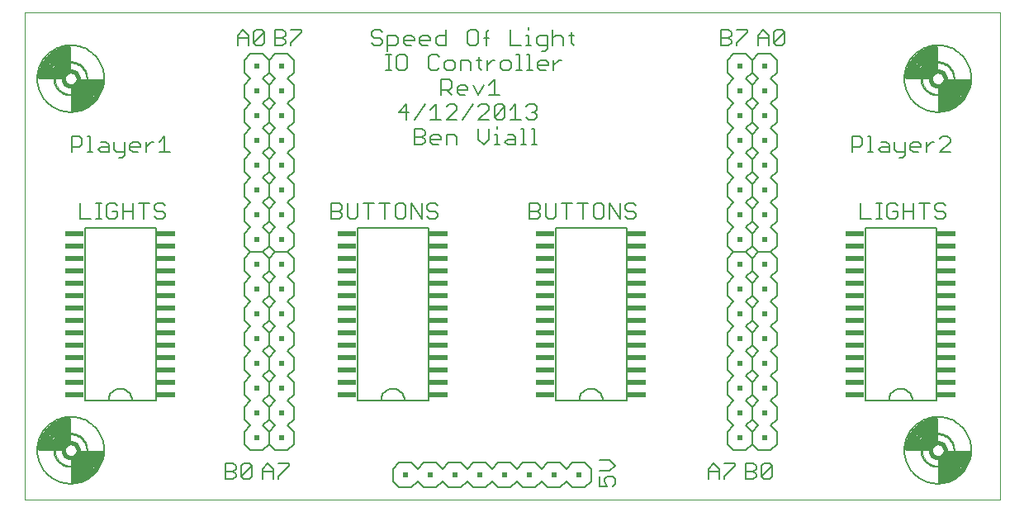
<source format=gto>
G75*
G70*
%OFA0B0*%
%FSLAX24Y24*%
%IPPOS*%
%LPD*%
%AMOC8*
5,1,8,0,0,1.08239X$1,22.5*
%
%ADD10C,0.0000*%
%ADD11C,0.0060*%
%ADD12C,0.0080*%
%ADD13R,0.0200X0.0200*%
%ADD14R,0.0758X0.0201*%
%ADD15C,0.0100*%
%ADD16C,0.0180*%
D10*
X000100Y000100D02*
X039470Y000100D01*
X039470Y019785D01*
X000100Y019785D01*
X000100Y000100D01*
X001340Y002100D02*
X001342Y002150D01*
X001348Y002200D01*
X001358Y002249D01*
X001372Y002297D01*
X001389Y002344D01*
X001410Y002389D01*
X001435Y002433D01*
X001463Y002474D01*
X001495Y002513D01*
X001529Y002550D01*
X001566Y002584D01*
X001606Y002614D01*
X001648Y002641D01*
X001692Y002665D01*
X001738Y002686D01*
X001785Y002702D01*
X001833Y002715D01*
X001883Y002724D01*
X001932Y002729D01*
X001983Y002730D01*
X002033Y002727D01*
X002082Y002720D01*
X002131Y002709D01*
X002179Y002694D01*
X002225Y002676D01*
X002270Y002654D01*
X002313Y002628D01*
X002354Y002599D01*
X002393Y002567D01*
X002429Y002532D01*
X002461Y002494D01*
X002491Y002454D01*
X002518Y002411D01*
X002541Y002367D01*
X002560Y002321D01*
X002576Y002273D01*
X002588Y002224D01*
X002596Y002175D01*
X002600Y002125D01*
X002600Y002075D01*
X002596Y002025D01*
X002588Y001976D01*
X002576Y001927D01*
X002560Y001879D01*
X002541Y001833D01*
X002518Y001789D01*
X002491Y001746D01*
X002461Y001706D01*
X002429Y001668D01*
X002393Y001633D01*
X002354Y001601D01*
X002313Y001572D01*
X002270Y001546D01*
X002225Y001524D01*
X002179Y001506D01*
X002131Y001491D01*
X002082Y001480D01*
X002033Y001473D01*
X001983Y001470D01*
X001932Y001471D01*
X001883Y001476D01*
X001833Y001485D01*
X001785Y001498D01*
X001738Y001514D01*
X001692Y001535D01*
X001648Y001559D01*
X001606Y001586D01*
X001566Y001616D01*
X001529Y001650D01*
X001495Y001687D01*
X001463Y001726D01*
X001435Y001767D01*
X001410Y001811D01*
X001389Y001856D01*
X001372Y001903D01*
X001358Y001951D01*
X001348Y002000D01*
X001342Y002050D01*
X001340Y002100D01*
X001340Y017100D02*
X001342Y017150D01*
X001348Y017200D01*
X001358Y017249D01*
X001372Y017297D01*
X001389Y017344D01*
X001410Y017389D01*
X001435Y017433D01*
X001463Y017474D01*
X001495Y017513D01*
X001529Y017550D01*
X001566Y017584D01*
X001606Y017614D01*
X001648Y017641D01*
X001692Y017665D01*
X001738Y017686D01*
X001785Y017702D01*
X001833Y017715D01*
X001883Y017724D01*
X001932Y017729D01*
X001983Y017730D01*
X002033Y017727D01*
X002082Y017720D01*
X002131Y017709D01*
X002179Y017694D01*
X002225Y017676D01*
X002270Y017654D01*
X002313Y017628D01*
X002354Y017599D01*
X002393Y017567D01*
X002429Y017532D01*
X002461Y017494D01*
X002491Y017454D01*
X002518Y017411D01*
X002541Y017367D01*
X002560Y017321D01*
X002576Y017273D01*
X002588Y017224D01*
X002596Y017175D01*
X002600Y017125D01*
X002600Y017075D01*
X002596Y017025D01*
X002588Y016976D01*
X002576Y016927D01*
X002560Y016879D01*
X002541Y016833D01*
X002518Y016789D01*
X002491Y016746D01*
X002461Y016706D01*
X002429Y016668D01*
X002393Y016633D01*
X002354Y016601D01*
X002313Y016572D01*
X002270Y016546D01*
X002225Y016524D01*
X002179Y016506D01*
X002131Y016491D01*
X002082Y016480D01*
X002033Y016473D01*
X001983Y016470D01*
X001932Y016471D01*
X001883Y016476D01*
X001833Y016485D01*
X001785Y016498D01*
X001738Y016514D01*
X001692Y016535D01*
X001648Y016559D01*
X001606Y016586D01*
X001566Y016616D01*
X001529Y016650D01*
X001495Y016687D01*
X001463Y016726D01*
X001435Y016767D01*
X001410Y016811D01*
X001389Y016856D01*
X001372Y016903D01*
X001358Y016951D01*
X001348Y017000D01*
X001342Y017050D01*
X001340Y017100D01*
X036340Y017100D02*
X036342Y017150D01*
X036348Y017200D01*
X036358Y017249D01*
X036372Y017297D01*
X036389Y017344D01*
X036410Y017389D01*
X036435Y017433D01*
X036463Y017474D01*
X036495Y017513D01*
X036529Y017550D01*
X036566Y017584D01*
X036606Y017614D01*
X036648Y017641D01*
X036692Y017665D01*
X036738Y017686D01*
X036785Y017702D01*
X036833Y017715D01*
X036883Y017724D01*
X036932Y017729D01*
X036983Y017730D01*
X037033Y017727D01*
X037082Y017720D01*
X037131Y017709D01*
X037179Y017694D01*
X037225Y017676D01*
X037270Y017654D01*
X037313Y017628D01*
X037354Y017599D01*
X037393Y017567D01*
X037429Y017532D01*
X037461Y017494D01*
X037491Y017454D01*
X037518Y017411D01*
X037541Y017367D01*
X037560Y017321D01*
X037576Y017273D01*
X037588Y017224D01*
X037596Y017175D01*
X037600Y017125D01*
X037600Y017075D01*
X037596Y017025D01*
X037588Y016976D01*
X037576Y016927D01*
X037560Y016879D01*
X037541Y016833D01*
X037518Y016789D01*
X037491Y016746D01*
X037461Y016706D01*
X037429Y016668D01*
X037393Y016633D01*
X037354Y016601D01*
X037313Y016572D01*
X037270Y016546D01*
X037225Y016524D01*
X037179Y016506D01*
X037131Y016491D01*
X037082Y016480D01*
X037033Y016473D01*
X036983Y016470D01*
X036932Y016471D01*
X036883Y016476D01*
X036833Y016485D01*
X036785Y016498D01*
X036738Y016514D01*
X036692Y016535D01*
X036648Y016559D01*
X036606Y016586D01*
X036566Y016616D01*
X036529Y016650D01*
X036495Y016687D01*
X036463Y016726D01*
X036435Y016767D01*
X036410Y016811D01*
X036389Y016856D01*
X036372Y016903D01*
X036358Y016951D01*
X036348Y017000D01*
X036342Y017050D01*
X036340Y017100D01*
X036340Y002100D02*
X036342Y002150D01*
X036348Y002200D01*
X036358Y002249D01*
X036372Y002297D01*
X036389Y002344D01*
X036410Y002389D01*
X036435Y002433D01*
X036463Y002474D01*
X036495Y002513D01*
X036529Y002550D01*
X036566Y002584D01*
X036606Y002614D01*
X036648Y002641D01*
X036692Y002665D01*
X036738Y002686D01*
X036785Y002702D01*
X036833Y002715D01*
X036883Y002724D01*
X036932Y002729D01*
X036983Y002730D01*
X037033Y002727D01*
X037082Y002720D01*
X037131Y002709D01*
X037179Y002694D01*
X037225Y002676D01*
X037270Y002654D01*
X037313Y002628D01*
X037354Y002599D01*
X037393Y002567D01*
X037429Y002532D01*
X037461Y002494D01*
X037491Y002454D01*
X037518Y002411D01*
X037541Y002367D01*
X037560Y002321D01*
X037576Y002273D01*
X037588Y002224D01*
X037596Y002175D01*
X037600Y002125D01*
X037600Y002075D01*
X037596Y002025D01*
X037588Y001976D01*
X037576Y001927D01*
X037560Y001879D01*
X037541Y001833D01*
X037518Y001789D01*
X037491Y001746D01*
X037461Y001706D01*
X037429Y001668D01*
X037393Y001633D01*
X037354Y001601D01*
X037313Y001572D01*
X037270Y001546D01*
X037225Y001524D01*
X037179Y001506D01*
X037131Y001491D01*
X037082Y001480D01*
X037033Y001473D01*
X036983Y001470D01*
X036932Y001471D01*
X036883Y001476D01*
X036833Y001485D01*
X036785Y001498D01*
X036738Y001514D01*
X036692Y001535D01*
X036648Y001559D01*
X036606Y001586D01*
X036566Y001616D01*
X036529Y001650D01*
X036495Y001687D01*
X036463Y001726D01*
X036435Y001767D01*
X036410Y001811D01*
X036389Y001856D01*
X036372Y001903D01*
X036358Y001951D01*
X036348Y002000D01*
X036342Y002050D01*
X036340Y002100D01*
D11*
X035620Y002100D02*
X035622Y002173D01*
X035628Y002246D01*
X035638Y002318D01*
X035652Y002390D01*
X035669Y002461D01*
X035691Y002531D01*
X035716Y002600D01*
X035745Y002667D01*
X035777Y002732D01*
X035813Y002796D01*
X035853Y002858D01*
X035895Y002917D01*
X035941Y002974D01*
X035990Y003028D01*
X036042Y003080D01*
X036096Y003129D01*
X036153Y003175D01*
X036212Y003217D01*
X036274Y003257D01*
X036338Y003293D01*
X036403Y003325D01*
X036470Y003354D01*
X036539Y003379D01*
X036609Y003401D01*
X036680Y003418D01*
X036752Y003432D01*
X036824Y003442D01*
X036897Y003448D01*
X036970Y003450D01*
X037043Y003448D01*
X037116Y003442D01*
X037188Y003432D01*
X037260Y003418D01*
X037331Y003401D01*
X037401Y003379D01*
X037470Y003354D01*
X037537Y003325D01*
X037602Y003293D01*
X037666Y003257D01*
X037728Y003217D01*
X037787Y003175D01*
X037844Y003129D01*
X037898Y003080D01*
X037950Y003028D01*
X037999Y002974D01*
X038045Y002917D01*
X038087Y002858D01*
X038127Y002796D01*
X038163Y002732D01*
X038195Y002667D01*
X038224Y002600D01*
X038249Y002531D01*
X038271Y002461D01*
X038288Y002390D01*
X038302Y002318D01*
X038312Y002246D01*
X038318Y002173D01*
X038320Y002100D01*
X038318Y002027D01*
X038312Y001954D01*
X038302Y001882D01*
X038288Y001810D01*
X038271Y001739D01*
X038249Y001669D01*
X038224Y001600D01*
X038195Y001533D01*
X038163Y001468D01*
X038127Y001404D01*
X038087Y001342D01*
X038045Y001283D01*
X037999Y001226D01*
X037950Y001172D01*
X037898Y001120D01*
X037844Y001071D01*
X037787Y001025D01*
X037728Y000983D01*
X037666Y000943D01*
X037602Y000907D01*
X037537Y000875D01*
X037470Y000846D01*
X037401Y000821D01*
X037331Y000799D01*
X037260Y000782D01*
X037188Y000768D01*
X037116Y000758D01*
X037043Y000752D01*
X036970Y000750D01*
X036897Y000752D01*
X036824Y000758D01*
X036752Y000768D01*
X036680Y000782D01*
X036609Y000799D01*
X036539Y000821D01*
X036470Y000846D01*
X036403Y000875D01*
X036338Y000907D01*
X036274Y000943D01*
X036212Y000983D01*
X036153Y001025D01*
X036096Y001071D01*
X036042Y001120D01*
X035990Y001172D01*
X035941Y001226D01*
X035895Y001283D01*
X035853Y001342D01*
X035813Y001404D01*
X035777Y001468D01*
X035745Y001533D01*
X035716Y001600D01*
X035691Y001669D01*
X035669Y001739D01*
X035652Y001810D01*
X035638Y001882D01*
X035628Y001954D01*
X035622Y002027D01*
X035620Y002100D01*
X030283Y001464D02*
X030283Y001037D01*
X030176Y000930D01*
X029962Y000930D01*
X029856Y001037D01*
X030283Y001464D01*
X030176Y001571D01*
X029962Y001571D01*
X029856Y001464D01*
X029856Y001037D01*
X029638Y001037D02*
X029531Y000930D01*
X029211Y000930D01*
X029211Y001571D01*
X029531Y001571D01*
X029638Y001464D01*
X029638Y001357D01*
X029531Y001250D01*
X029211Y001250D01*
X029531Y001250D02*
X029638Y001144D01*
X029638Y001037D01*
X028783Y001464D02*
X028356Y001037D01*
X028356Y000930D01*
X028138Y000930D02*
X028138Y001357D01*
X027924Y001571D01*
X027711Y001357D01*
X027711Y000930D01*
X027711Y001250D02*
X028138Y001250D01*
X028356Y001571D02*
X028783Y001571D01*
X028783Y001464D01*
X023940Y001488D02*
X023727Y001702D01*
X023300Y001702D01*
X023300Y001275D02*
X023727Y001275D01*
X023940Y001488D01*
X023833Y001057D02*
X023620Y001057D01*
X023513Y000950D01*
X023513Y000844D01*
X023620Y000630D01*
X023300Y000630D01*
X023300Y001057D01*
X023833Y001057D02*
X023940Y000950D01*
X023940Y000737D01*
X023833Y000630D01*
X010783Y001464D02*
X010356Y001037D01*
X010356Y000930D01*
X010138Y000930D02*
X010138Y001357D01*
X009924Y001571D01*
X009711Y001357D01*
X009711Y000930D01*
X009283Y001037D02*
X009176Y000930D01*
X008962Y000930D01*
X008856Y001037D01*
X009283Y001464D01*
X009283Y001037D01*
X008856Y001037D02*
X008856Y001464D01*
X008962Y001571D01*
X009176Y001571D01*
X009283Y001464D01*
X009711Y001250D02*
X010138Y001250D01*
X010356Y001571D02*
X010783Y001571D01*
X010783Y001464D01*
X008638Y001464D02*
X008638Y001357D01*
X008531Y001250D01*
X008211Y001250D01*
X008211Y000930D02*
X008211Y001571D01*
X008531Y001571D01*
X008638Y001464D01*
X008531Y001250D02*
X008638Y001144D01*
X008638Y001037D01*
X008531Y000930D01*
X008211Y000930D01*
X000620Y002100D02*
X000622Y002173D01*
X000628Y002246D01*
X000638Y002318D01*
X000652Y002390D01*
X000669Y002461D01*
X000691Y002531D01*
X000716Y002600D01*
X000745Y002667D01*
X000777Y002732D01*
X000813Y002796D01*
X000853Y002858D01*
X000895Y002917D01*
X000941Y002974D01*
X000990Y003028D01*
X001042Y003080D01*
X001096Y003129D01*
X001153Y003175D01*
X001212Y003217D01*
X001274Y003257D01*
X001338Y003293D01*
X001403Y003325D01*
X001470Y003354D01*
X001539Y003379D01*
X001609Y003401D01*
X001680Y003418D01*
X001752Y003432D01*
X001824Y003442D01*
X001897Y003448D01*
X001970Y003450D01*
X002043Y003448D01*
X002116Y003442D01*
X002188Y003432D01*
X002260Y003418D01*
X002331Y003401D01*
X002401Y003379D01*
X002470Y003354D01*
X002537Y003325D01*
X002602Y003293D01*
X002666Y003257D01*
X002728Y003217D01*
X002787Y003175D01*
X002844Y003129D01*
X002898Y003080D01*
X002950Y003028D01*
X002999Y002974D01*
X003045Y002917D01*
X003087Y002858D01*
X003127Y002796D01*
X003163Y002732D01*
X003195Y002667D01*
X003224Y002600D01*
X003249Y002531D01*
X003271Y002461D01*
X003288Y002390D01*
X003302Y002318D01*
X003312Y002246D01*
X003318Y002173D01*
X003320Y002100D01*
X003318Y002027D01*
X003312Y001954D01*
X003302Y001882D01*
X003288Y001810D01*
X003271Y001739D01*
X003249Y001669D01*
X003224Y001600D01*
X003195Y001533D01*
X003163Y001468D01*
X003127Y001404D01*
X003087Y001342D01*
X003045Y001283D01*
X002999Y001226D01*
X002950Y001172D01*
X002898Y001120D01*
X002844Y001071D01*
X002787Y001025D01*
X002728Y000983D01*
X002666Y000943D01*
X002602Y000907D01*
X002537Y000875D01*
X002470Y000846D01*
X002401Y000821D01*
X002331Y000799D01*
X002260Y000782D01*
X002188Y000768D01*
X002116Y000758D01*
X002043Y000752D01*
X001970Y000750D01*
X001897Y000752D01*
X001824Y000758D01*
X001752Y000768D01*
X001680Y000782D01*
X001609Y000799D01*
X001539Y000821D01*
X001470Y000846D01*
X001403Y000875D01*
X001338Y000907D01*
X001274Y000943D01*
X001212Y000983D01*
X001153Y001025D01*
X001096Y001071D01*
X001042Y001120D01*
X000990Y001172D01*
X000941Y001226D01*
X000895Y001283D01*
X000853Y001342D01*
X000813Y001404D01*
X000777Y001468D01*
X000745Y001533D01*
X000716Y001600D01*
X000691Y001669D01*
X000669Y001739D01*
X000652Y001810D01*
X000638Y001882D01*
X000628Y001954D01*
X000622Y002027D01*
X000620Y002100D01*
X002348Y011430D02*
X002775Y011430D01*
X002992Y011430D02*
X003206Y011430D01*
X003099Y011430D02*
X003099Y012071D01*
X002992Y012071D02*
X003206Y012071D01*
X003422Y011964D02*
X003422Y011537D01*
X003529Y011430D01*
X003742Y011430D01*
X003849Y011537D01*
X003849Y011750D01*
X003635Y011750D01*
X003422Y011964D02*
X003529Y012071D01*
X003742Y012071D01*
X003849Y011964D01*
X004066Y012071D02*
X004066Y011430D01*
X004493Y011430D02*
X004493Y012071D01*
X004711Y012071D02*
X005138Y012071D01*
X004924Y012071D02*
X004924Y011430D01*
X005356Y011537D02*
X005462Y011430D01*
X005676Y011430D01*
X005783Y011537D01*
X005783Y011644D01*
X005676Y011750D01*
X005462Y011750D01*
X005356Y011857D01*
X005356Y011964D01*
X005462Y012071D01*
X005676Y012071D01*
X005783Y011964D01*
X004493Y011750D02*
X004066Y011750D01*
X002348Y012071D02*
X002348Y011430D01*
X003932Y013916D02*
X004039Y013916D01*
X004146Y014023D01*
X004146Y014557D01*
X004363Y014450D02*
X004470Y014557D01*
X004684Y014557D01*
X004790Y014450D01*
X004790Y014344D01*
X004363Y014344D01*
X004363Y014450D02*
X004363Y014237D01*
X004470Y014130D01*
X004684Y014130D01*
X005008Y014130D02*
X005008Y014557D01*
X005008Y014344D02*
X005221Y014557D01*
X005328Y014557D01*
X005545Y014557D02*
X005759Y014771D01*
X005759Y014130D01*
X005972Y014130D02*
X005545Y014130D01*
X004146Y014130D02*
X003826Y014130D01*
X003719Y014237D01*
X003719Y014557D01*
X003501Y014450D02*
X003501Y014130D01*
X003181Y014130D01*
X003074Y014237D01*
X003181Y014344D01*
X003501Y014344D01*
X003501Y014450D02*
X003395Y014557D01*
X003181Y014557D01*
X002751Y014771D02*
X002751Y014130D01*
X002645Y014130D02*
X002858Y014130D01*
X002427Y014450D02*
X002320Y014344D01*
X002000Y014344D01*
X002000Y014130D02*
X002000Y014771D01*
X002320Y014771D01*
X002427Y014664D01*
X002427Y014450D01*
X002645Y014771D02*
X002751Y014771D01*
X000620Y017100D02*
X000622Y017173D01*
X000628Y017246D01*
X000638Y017318D01*
X000652Y017390D01*
X000669Y017461D01*
X000691Y017531D01*
X000716Y017600D01*
X000745Y017667D01*
X000777Y017732D01*
X000813Y017796D01*
X000853Y017858D01*
X000895Y017917D01*
X000941Y017974D01*
X000990Y018028D01*
X001042Y018080D01*
X001096Y018129D01*
X001153Y018175D01*
X001212Y018217D01*
X001274Y018257D01*
X001338Y018293D01*
X001403Y018325D01*
X001470Y018354D01*
X001539Y018379D01*
X001609Y018401D01*
X001680Y018418D01*
X001752Y018432D01*
X001824Y018442D01*
X001897Y018448D01*
X001970Y018450D01*
X002043Y018448D01*
X002116Y018442D01*
X002188Y018432D01*
X002260Y018418D01*
X002331Y018401D01*
X002401Y018379D01*
X002470Y018354D01*
X002537Y018325D01*
X002602Y018293D01*
X002666Y018257D01*
X002728Y018217D01*
X002787Y018175D01*
X002844Y018129D01*
X002898Y018080D01*
X002950Y018028D01*
X002999Y017974D01*
X003045Y017917D01*
X003087Y017858D01*
X003127Y017796D01*
X003163Y017732D01*
X003195Y017667D01*
X003224Y017600D01*
X003249Y017531D01*
X003271Y017461D01*
X003288Y017390D01*
X003302Y017318D01*
X003312Y017246D01*
X003318Y017173D01*
X003320Y017100D01*
X003318Y017027D01*
X003312Y016954D01*
X003302Y016882D01*
X003288Y016810D01*
X003271Y016739D01*
X003249Y016669D01*
X003224Y016600D01*
X003195Y016533D01*
X003163Y016468D01*
X003127Y016404D01*
X003087Y016342D01*
X003045Y016283D01*
X002999Y016226D01*
X002950Y016172D01*
X002898Y016120D01*
X002844Y016071D01*
X002787Y016025D01*
X002728Y015983D01*
X002666Y015943D01*
X002602Y015907D01*
X002537Y015875D01*
X002470Y015846D01*
X002401Y015821D01*
X002331Y015799D01*
X002260Y015782D01*
X002188Y015768D01*
X002116Y015758D01*
X002043Y015752D01*
X001970Y015750D01*
X001897Y015752D01*
X001824Y015758D01*
X001752Y015768D01*
X001680Y015782D01*
X001609Y015799D01*
X001539Y015821D01*
X001470Y015846D01*
X001403Y015875D01*
X001338Y015907D01*
X001274Y015943D01*
X001212Y015983D01*
X001153Y016025D01*
X001096Y016071D01*
X001042Y016120D01*
X000990Y016172D01*
X000941Y016226D01*
X000895Y016283D01*
X000853Y016342D01*
X000813Y016404D01*
X000777Y016468D01*
X000745Y016533D01*
X000716Y016600D01*
X000691Y016669D01*
X000669Y016739D01*
X000652Y016810D01*
X000638Y016882D01*
X000628Y016954D01*
X000622Y017027D01*
X000620Y017100D01*
X008711Y018430D02*
X008711Y018857D01*
X008924Y019071D01*
X009138Y018857D01*
X009138Y018430D01*
X009356Y018537D02*
X009462Y018430D01*
X009676Y018430D01*
X009783Y018537D01*
X009783Y018964D01*
X009356Y018537D01*
X009356Y018964D01*
X009462Y019071D01*
X009676Y019071D01*
X009783Y018964D01*
X010211Y019071D02*
X010531Y019071D01*
X010638Y018964D01*
X010638Y018857D01*
X010531Y018750D01*
X010211Y018750D01*
X010211Y018430D02*
X010211Y019071D01*
X010531Y018750D02*
X010638Y018644D01*
X010638Y018537D01*
X010531Y018430D01*
X010211Y018430D01*
X010856Y018430D02*
X010856Y018537D01*
X011283Y018964D01*
X011283Y019071D01*
X010856Y019071D01*
X009138Y018750D02*
X008711Y018750D01*
X014121Y018857D02*
X014228Y018750D01*
X014441Y018750D01*
X014548Y018644D01*
X014548Y018537D01*
X014441Y018430D01*
X014228Y018430D01*
X014121Y018537D01*
X014121Y018857D02*
X014121Y018964D01*
X014228Y019071D01*
X014441Y019071D01*
X014548Y018964D01*
X014765Y018857D02*
X015086Y018857D01*
X015192Y018750D01*
X015192Y018537D01*
X015086Y018430D01*
X014765Y018430D01*
X014765Y018216D02*
X014765Y018857D01*
X015410Y018750D02*
X015410Y018537D01*
X015517Y018430D01*
X015730Y018430D01*
X015837Y018644D02*
X015410Y018644D01*
X015410Y018750D02*
X015517Y018857D01*
X015730Y018857D01*
X015837Y018750D01*
X015837Y018644D01*
X016055Y018644D02*
X016482Y018644D01*
X016482Y018750D01*
X016375Y018857D01*
X016161Y018857D01*
X016055Y018750D01*
X016055Y018537D01*
X016161Y018430D01*
X016375Y018430D01*
X016699Y018537D02*
X016699Y018750D01*
X016806Y018857D01*
X017126Y018857D01*
X017126Y019071D02*
X017126Y018430D01*
X016806Y018430D01*
X016699Y018537D01*
X016734Y018071D02*
X016521Y018071D01*
X016414Y017964D01*
X016414Y017537D01*
X016521Y017430D01*
X016734Y017430D01*
X016841Y017537D01*
X017059Y017537D02*
X017165Y017430D01*
X017379Y017430D01*
X017486Y017537D01*
X017486Y017750D01*
X017379Y017857D01*
X017165Y017857D01*
X017059Y017750D01*
X017059Y017537D01*
X017703Y017430D02*
X017703Y017857D01*
X018023Y017857D01*
X018130Y017750D01*
X018130Y017430D01*
X018454Y017537D02*
X018561Y017430D01*
X018454Y017537D02*
X018454Y017964D01*
X018348Y017857D02*
X018561Y017857D01*
X018777Y017857D02*
X018777Y017430D01*
X018777Y017644D02*
X018991Y017857D01*
X019098Y017857D01*
X019314Y017750D02*
X019314Y017537D01*
X019421Y017430D01*
X019635Y017430D01*
X019741Y017537D01*
X019741Y017750D01*
X019635Y017857D01*
X019421Y017857D01*
X019314Y017750D01*
X019959Y017430D02*
X020173Y017430D01*
X020066Y017430D02*
X020066Y018071D01*
X019959Y018071D01*
X020389Y018071D02*
X020495Y018071D01*
X020495Y017430D01*
X020389Y017430D02*
X020602Y017430D01*
X020818Y017537D02*
X020925Y017430D01*
X021139Y017430D01*
X021245Y017644D02*
X020818Y017644D01*
X020818Y017750D02*
X020818Y017537D01*
X020818Y017750D02*
X020925Y017857D01*
X021139Y017857D01*
X021245Y017750D01*
X021245Y017644D01*
X021463Y017644D02*
X021676Y017857D01*
X021783Y017857D01*
X021463Y017857D02*
X021463Y017430D01*
X021102Y018216D02*
X021208Y018323D01*
X021208Y018857D01*
X020888Y018857D01*
X020781Y018750D01*
X020781Y018537D01*
X020888Y018430D01*
X021208Y018430D01*
X021426Y018430D02*
X021426Y019071D01*
X021533Y018857D02*
X021746Y018857D01*
X021853Y018750D01*
X021853Y018430D01*
X022177Y018537D02*
X022284Y018430D01*
X022177Y018537D02*
X022177Y018964D01*
X022070Y018857D02*
X022284Y018857D01*
X021533Y018857D02*
X021426Y018750D01*
X021102Y018216D02*
X020995Y018216D01*
X020565Y018430D02*
X020352Y018430D01*
X020458Y018430D02*
X020458Y018857D01*
X020352Y018857D01*
X020458Y019071D02*
X020458Y019177D01*
X019707Y019071D02*
X019707Y018430D01*
X020134Y018430D01*
X018846Y018750D02*
X018633Y018750D01*
X018740Y018964D02*
X018846Y019071D01*
X018740Y018964D02*
X018740Y018430D01*
X018415Y018537D02*
X018415Y018964D01*
X018308Y019071D01*
X018095Y019071D01*
X017988Y018964D01*
X017988Y018537D01*
X018095Y018430D01*
X018308Y018430D01*
X018415Y018537D01*
X016841Y017964D02*
X016734Y018071D01*
X015552Y017964D02*
X015552Y017537D01*
X015445Y017430D01*
X015232Y017430D01*
X015125Y017537D01*
X015125Y017964D01*
X015232Y018071D01*
X015445Y018071D01*
X015552Y017964D01*
X014909Y018071D02*
X014695Y018071D01*
X014802Y018071D02*
X014802Y017430D01*
X014695Y017430D02*
X014909Y017430D01*
X016922Y017071D02*
X016922Y016430D01*
X016922Y016644D02*
X017242Y016644D01*
X017349Y016750D01*
X017349Y016964D01*
X017242Y017071D01*
X016922Y017071D01*
X017135Y016644D02*
X017349Y016430D01*
X017566Y016537D02*
X017566Y016750D01*
X017673Y016857D01*
X017887Y016857D01*
X017993Y016750D01*
X017993Y016644D01*
X017566Y016644D01*
X017566Y016537D02*
X017673Y016430D01*
X017887Y016430D01*
X018211Y016857D02*
X018424Y016430D01*
X018638Y016857D01*
X018856Y016857D02*
X019069Y017071D01*
X019069Y016430D01*
X018856Y016430D02*
X019283Y016430D01*
X019387Y016071D02*
X019493Y015964D01*
X019066Y015537D01*
X019173Y015430D01*
X019387Y015430D01*
X019493Y015537D01*
X019493Y015964D01*
X019387Y016071D02*
X019173Y016071D01*
X019066Y015964D01*
X019066Y015537D01*
X018849Y015430D02*
X018422Y015430D01*
X018849Y015857D01*
X018849Y015964D01*
X018742Y016071D01*
X018529Y016071D01*
X018422Y015964D01*
X018204Y016071D02*
X017777Y015430D01*
X017560Y015430D02*
X017133Y015430D01*
X017560Y015857D01*
X017560Y015964D01*
X017453Y016071D01*
X017240Y016071D01*
X017133Y015964D01*
X016702Y016071D02*
X016702Y015430D01*
X016915Y015430D02*
X016488Y015430D01*
X015844Y015430D02*
X016271Y016071D01*
X016488Y015857D02*
X016702Y016071D01*
X015626Y015750D02*
X015199Y015750D01*
X015519Y016071D01*
X015519Y015430D01*
X015844Y015071D02*
X016164Y015071D01*
X016271Y014964D01*
X016271Y014857D01*
X016164Y014750D01*
X015844Y014750D01*
X016164Y014750D02*
X016271Y014644D01*
X016271Y014537D01*
X016164Y014430D01*
X015844Y014430D01*
X015844Y015071D01*
X016488Y014750D02*
X016595Y014857D01*
X016808Y014857D01*
X016915Y014750D01*
X016915Y014644D01*
X016488Y014644D01*
X016488Y014750D02*
X016488Y014537D01*
X016595Y014430D01*
X016808Y014430D01*
X017133Y014430D02*
X017133Y014857D01*
X017453Y014857D01*
X017560Y014750D01*
X017560Y014430D01*
X018422Y014644D02*
X018635Y014430D01*
X018849Y014644D01*
X018849Y015071D01*
X019066Y014857D02*
X019173Y014857D01*
X019173Y014430D01*
X019066Y014430D02*
X019280Y014430D01*
X019496Y014537D02*
X019603Y014644D01*
X019923Y014644D01*
X019923Y014750D02*
X019923Y014430D01*
X019603Y014430D01*
X019496Y014537D01*
X019603Y014857D02*
X019816Y014857D01*
X019923Y014750D01*
X020141Y015071D02*
X020247Y015071D01*
X020247Y014430D01*
X020141Y014430D02*
X020354Y014430D01*
X020570Y014430D02*
X020784Y014430D01*
X020677Y014430D02*
X020677Y015071D01*
X020570Y015071D01*
X020676Y015430D02*
X020462Y015430D01*
X020356Y015537D01*
X020138Y015430D02*
X019711Y015430D01*
X019924Y015430D02*
X019924Y016071D01*
X019711Y015857D01*
X020356Y015964D02*
X020462Y016071D01*
X020676Y016071D01*
X020783Y015964D01*
X020783Y015857D01*
X020676Y015750D01*
X020783Y015644D01*
X020783Y015537D01*
X020676Y015430D01*
X020676Y015750D02*
X020569Y015750D01*
X019173Y015177D02*
X019173Y015071D01*
X018422Y015071D02*
X018422Y014644D01*
X016676Y012071D02*
X016462Y012071D01*
X016356Y011964D01*
X016356Y011857D01*
X016462Y011750D01*
X016676Y011750D01*
X016783Y011644D01*
X016783Y011537D01*
X016676Y011430D01*
X016462Y011430D01*
X016356Y011537D01*
X016138Y011430D02*
X016138Y012071D01*
X015711Y012071D02*
X016138Y011430D01*
X015711Y011430D02*
X015711Y012071D01*
X015493Y011964D02*
X015387Y012071D01*
X015173Y012071D01*
X015066Y011964D01*
X015066Y011537D01*
X015173Y011430D01*
X015387Y011430D01*
X015493Y011537D01*
X015493Y011964D01*
X014849Y012071D02*
X014422Y012071D01*
X014635Y012071D02*
X014635Y011430D01*
X013991Y011430D02*
X013991Y012071D01*
X014204Y012071D02*
X013777Y012071D01*
X013560Y012071D02*
X013560Y011537D01*
X013453Y011430D01*
X013240Y011430D01*
X013133Y011537D01*
X013133Y012071D01*
X012915Y011964D02*
X012915Y011857D01*
X012808Y011750D01*
X012488Y011750D01*
X012488Y011430D02*
X012488Y012071D01*
X012808Y012071D01*
X012915Y011964D01*
X012808Y011750D02*
X012915Y011644D01*
X012915Y011537D01*
X012808Y011430D01*
X012488Y011430D01*
X016676Y012071D02*
X016783Y011964D01*
X020488Y012071D02*
X020488Y011430D01*
X020808Y011430D01*
X020915Y011537D01*
X020915Y011644D01*
X020808Y011750D01*
X020488Y011750D01*
X020808Y011750D02*
X020915Y011857D01*
X020915Y011964D01*
X020808Y012071D01*
X020488Y012071D01*
X021133Y012071D02*
X021133Y011537D01*
X021240Y011430D01*
X021453Y011430D01*
X021560Y011537D01*
X021560Y012071D01*
X021777Y012071D02*
X022204Y012071D01*
X021991Y012071D02*
X021991Y011430D01*
X022635Y011430D02*
X022635Y012071D01*
X022422Y012071D02*
X022849Y012071D01*
X023066Y011964D02*
X023066Y011537D01*
X023173Y011430D01*
X023387Y011430D01*
X023493Y011537D01*
X023493Y011964D01*
X023387Y012071D01*
X023173Y012071D01*
X023066Y011964D01*
X023711Y012071D02*
X024138Y011430D01*
X024138Y012071D01*
X024356Y011964D02*
X024356Y011857D01*
X024462Y011750D01*
X024676Y011750D01*
X024783Y011644D01*
X024783Y011537D01*
X024676Y011430D01*
X024462Y011430D01*
X024356Y011537D01*
X024356Y011964D02*
X024462Y012071D01*
X024676Y012071D01*
X024783Y011964D01*
X023711Y012071D02*
X023711Y011430D01*
X033500Y014130D02*
X033500Y014771D01*
X033820Y014771D01*
X033927Y014664D01*
X033927Y014450D01*
X033820Y014344D01*
X033500Y014344D01*
X034145Y014130D02*
X034358Y014130D01*
X034251Y014130D02*
X034251Y014771D01*
X034145Y014771D01*
X034681Y014557D02*
X034895Y014557D01*
X035001Y014450D01*
X035001Y014130D01*
X034681Y014130D01*
X034574Y014237D01*
X034681Y014344D01*
X035001Y014344D01*
X035219Y014237D02*
X035326Y014130D01*
X035646Y014130D01*
X035646Y014023D02*
X035539Y013916D01*
X035432Y013916D01*
X035646Y014023D02*
X035646Y014557D01*
X035863Y014450D02*
X035970Y014557D01*
X036184Y014557D01*
X036290Y014450D01*
X036290Y014344D01*
X035863Y014344D01*
X035863Y014450D02*
X035863Y014237D01*
X035970Y014130D01*
X036184Y014130D01*
X036508Y014130D02*
X036508Y014557D01*
X036508Y014344D02*
X036721Y014557D01*
X036828Y014557D01*
X037045Y014664D02*
X037152Y014771D01*
X037365Y014771D01*
X037472Y014664D01*
X037472Y014557D01*
X037045Y014130D01*
X037472Y014130D01*
X035219Y014237D02*
X035219Y014557D01*
X035620Y017100D02*
X035622Y017173D01*
X035628Y017246D01*
X035638Y017318D01*
X035652Y017390D01*
X035669Y017461D01*
X035691Y017531D01*
X035716Y017600D01*
X035745Y017667D01*
X035777Y017732D01*
X035813Y017796D01*
X035853Y017858D01*
X035895Y017917D01*
X035941Y017974D01*
X035990Y018028D01*
X036042Y018080D01*
X036096Y018129D01*
X036153Y018175D01*
X036212Y018217D01*
X036274Y018257D01*
X036338Y018293D01*
X036403Y018325D01*
X036470Y018354D01*
X036539Y018379D01*
X036609Y018401D01*
X036680Y018418D01*
X036752Y018432D01*
X036824Y018442D01*
X036897Y018448D01*
X036970Y018450D01*
X037043Y018448D01*
X037116Y018442D01*
X037188Y018432D01*
X037260Y018418D01*
X037331Y018401D01*
X037401Y018379D01*
X037470Y018354D01*
X037537Y018325D01*
X037602Y018293D01*
X037666Y018257D01*
X037728Y018217D01*
X037787Y018175D01*
X037844Y018129D01*
X037898Y018080D01*
X037950Y018028D01*
X037999Y017974D01*
X038045Y017917D01*
X038087Y017858D01*
X038127Y017796D01*
X038163Y017732D01*
X038195Y017667D01*
X038224Y017600D01*
X038249Y017531D01*
X038271Y017461D01*
X038288Y017390D01*
X038302Y017318D01*
X038312Y017246D01*
X038318Y017173D01*
X038320Y017100D01*
X038318Y017027D01*
X038312Y016954D01*
X038302Y016882D01*
X038288Y016810D01*
X038271Y016739D01*
X038249Y016669D01*
X038224Y016600D01*
X038195Y016533D01*
X038163Y016468D01*
X038127Y016404D01*
X038087Y016342D01*
X038045Y016283D01*
X037999Y016226D01*
X037950Y016172D01*
X037898Y016120D01*
X037844Y016071D01*
X037787Y016025D01*
X037728Y015983D01*
X037666Y015943D01*
X037602Y015907D01*
X037537Y015875D01*
X037470Y015846D01*
X037401Y015821D01*
X037331Y015799D01*
X037260Y015782D01*
X037188Y015768D01*
X037116Y015758D01*
X037043Y015752D01*
X036970Y015750D01*
X036897Y015752D01*
X036824Y015758D01*
X036752Y015768D01*
X036680Y015782D01*
X036609Y015799D01*
X036539Y015821D01*
X036470Y015846D01*
X036403Y015875D01*
X036338Y015907D01*
X036274Y015943D01*
X036212Y015983D01*
X036153Y016025D01*
X036096Y016071D01*
X036042Y016120D01*
X035990Y016172D01*
X035941Y016226D01*
X035895Y016283D01*
X035853Y016342D01*
X035813Y016404D01*
X035777Y016468D01*
X035745Y016533D01*
X035716Y016600D01*
X035691Y016669D01*
X035669Y016739D01*
X035652Y016810D01*
X035638Y016882D01*
X035628Y016954D01*
X035622Y017027D01*
X035620Y017100D01*
X030783Y018537D02*
X030676Y018430D01*
X030462Y018430D01*
X030356Y018537D01*
X030783Y018964D01*
X030783Y018537D01*
X030356Y018537D02*
X030356Y018964D01*
X030462Y019071D01*
X030676Y019071D01*
X030783Y018964D01*
X030138Y018857D02*
X030138Y018430D01*
X029711Y018430D02*
X029711Y018857D01*
X029924Y019071D01*
X030138Y018857D01*
X030138Y018750D02*
X029711Y018750D01*
X029283Y018964D02*
X028856Y018537D01*
X028856Y018430D01*
X028638Y018537D02*
X028531Y018430D01*
X028211Y018430D01*
X028211Y019071D01*
X028531Y019071D01*
X028638Y018964D01*
X028638Y018857D01*
X028531Y018750D01*
X028211Y018750D01*
X028531Y018750D02*
X028638Y018644D01*
X028638Y018537D01*
X028856Y019071D02*
X029283Y019071D01*
X029283Y018964D01*
X033848Y012071D02*
X033848Y011430D01*
X034275Y011430D01*
X034492Y011430D02*
X034706Y011430D01*
X034599Y011430D02*
X034599Y012071D01*
X034492Y012071D02*
X034706Y012071D01*
X034922Y011964D02*
X034922Y011537D01*
X035029Y011430D01*
X035242Y011430D01*
X035349Y011537D01*
X035349Y011750D01*
X035135Y011750D01*
X034922Y011964D02*
X035029Y012071D01*
X035242Y012071D01*
X035349Y011964D01*
X035566Y012071D02*
X035566Y011430D01*
X035993Y011430D02*
X035993Y012071D01*
X036211Y012071D02*
X036638Y012071D01*
X036424Y012071D02*
X036424Y011430D01*
X036856Y011537D02*
X036962Y011430D01*
X037176Y011430D01*
X037283Y011537D01*
X037283Y011644D01*
X037176Y011750D01*
X036962Y011750D01*
X036856Y011857D01*
X036856Y011964D01*
X036962Y012071D01*
X037176Y012071D01*
X037283Y011964D01*
X035993Y011750D02*
X035566Y011750D01*
D12*
X036906Y011084D02*
X034034Y011084D01*
X034034Y004116D01*
X036906Y004116D01*
X036906Y011084D01*
X030470Y010850D02*
X030470Y010350D01*
X030220Y010100D01*
X029720Y010100D01*
X029470Y010350D01*
X029220Y010100D01*
X029470Y009850D01*
X029470Y009350D01*
X029220Y009100D01*
X029470Y008850D01*
X029470Y008350D01*
X029220Y008100D01*
X029470Y007850D01*
X029470Y007350D01*
X029220Y007100D01*
X029470Y006850D01*
X029470Y006350D01*
X029220Y006100D01*
X029470Y005850D01*
X029470Y005350D01*
X029220Y005100D01*
X029470Y004850D01*
X029470Y004350D01*
X029220Y004100D01*
X029470Y003850D01*
X029470Y003350D01*
X029220Y003100D01*
X029470Y002850D01*
X029470Y002350D01*
X029220Y002100D01*
X028720Y002100D01*
X028470Y002350D01*
X028470Y002850D01*
X028720Y003100D01*
X028470Y003350D01*
X028470Y003850D01*
X028720Y004100D01*
X028470Y004350D01*
X028470Y004850D01*
X028720Y005100D01*
X028470Y005350D01*
X028470Y005850D01*
X028720Y006100D01*
X028470Y006350D01*
X028470Y006850D01*
X028720Y007100D01*
X028470Y007350D01*
X028470Y007850D01*
X028720Y008100D01*
X028470Y008350D01*
X028470Y008850D01*
X028720Y009100D01*
X028470Y009350D01*
X028470Y009850D01*
X028720Y010100D01*
X029220Y010100D01*
X028720Y010100D01*
X028470Y010350D01*
X028470Y010850D01*
X028720Y011100D01*
X028470Y011350D01*
X028470Y011850D01*
X028720Y012100D01*
X028470Y012350D01*
X028470Y012850D01*
X028720Y013100D01*
X028470Y013350D01*
X028470Y013850D01*
X028720Y014100D01*
X028470Y014350D01*
X028470Y014850D01*
X028720Y015100D01*
X028470Y015350D01*
X028470Y015850D01*
X028720Y016100D01*
X028470Y016350D01*
X028470Y016850D01*
X028720Y017100D01*
X028470Y017350D01*
X028470Y017850D01*
X028720Y018100D01*
X029220Y018100D01*
X029470Y017850D01*
X029470Y017350D01*
X029220Y017100D01*
X029470Y016850D01*
X029470Y016350D01*
X029220Y016100D01*
X029470Y015850D01*
X029470Y015350D01*
X029220Y015100D01*
X029470Y014850D01*
X029470Y014350D01*
X029220Y014100D01*
X029470Y013850D01*
X029470Y013350D01*
X029220Y013100D01*
X029470Y012850D01*
X029470Y012350D01*
X029220Y012100D01*
X029470Y011850D01*
X029470Y011350D01*
X029220Y011100D01*
X029470Y010850D01*
X029470Y010350D01*
X029470Y010850D01*
X029720Y011100D01*
X029470Y011350D01*
X029470Y011850D01*
X029720Y012100D01*
X029470Y012350D01*
X029470Y012850D01*
X029720Y013100D01*
X029470Y013350D01*
X029470Y013850D01*
X029720Y014100D01*
X029470Y014350D01*
X029470Y014850D01*
X029720Y015100D01*
X029470Y015350D01*
X029470Y015850D01*
X029720Y016100D01*
X029470Y016350D01*
X029470Y016850D01*
X029720Y017100D01*
X029470Y017350D01*
X029470Y017850D01*
X029720Y018100D01*
X030220Y018100D01*
X030470Y017850D01*
X030470Y017350D01*
X030220Y017100D01*
X030470Y016850D01*
X030470Y016350D01*
X030220Y016100D01*
X030470Y015850D01*
X030470Y015350D01*
X030220Y015100D01*
X030470Y014850D01*
X030470Y014350D01*
X030220Y014100D01*
X030470Y013850D01*
X030470Y013350D01*
X030220Y013100D01*
X030470Y012850D01*
X030470Y012350D01*
X030220Y012100D01*
X030470Y011850D01*
X030470Y011350D01*
X030220Y011100D01*
X030470Y010850D01*
X030220Y010100D02*
X029720Y010100D01*
X029470Y009850D01*
X029470Y009350D01*
X029720Y009100D01*
X029470Y008850D01*
X029470Y008350D01*
X029720Y008100D01*
X029470Y007850D01*
X029470Y007350D01*
X029720Y007100D01*
X029470Y006850D01*
X029470Y006350D01*
X029720Y006100D01*
X029470Y005850D01*
X029470Y005350D01*
X029720Y005100D01*
X029470Y004850D01*
X029470Y004350D01*
X029720Y004100D01*
X029470Y003850D01*
X029470Y003350D01*
X029720Y003100D01*
X029470Y002850D01*
X029470Y002350D01*
X029720Y002100D01*
X030220Y002100D01*
X030470Y002350D01*
X030470Y002850D01*
X030220Y003100D01*
X030470Y003350D01*
X030470Y003850D01*
X030220Y004100D01*
X030470Y004350D01*
X030470Y004850D01*
X030220Y005100D01*
X030470Y005350D01*
X030470Y005850D01*
X030220Y006100D01*
X030470Y006350D01*
X030470Y006850D01*
X030220Y007100D01*
X030470Y007350D01*
X030470Y007850D01*
X030220Y008100D01*
X030470Y008350D01*
X030470Y008850D01*
X030220Y009100D01*
X030470Y009350D01*
X030470Y009850D01*
X030220Y010100D01*
X024406Y011084D02*
X024406Y004116D01*
X021534Y004116D01*
X021534Y011084D01*
X024406Y011084D01*
X016406Y011084D02*
X016406Y004116D01*
X013534Y004116D01*
X013534Y011084D01*
X016406Y011084D01*
X010970Y010850D02*
X010970Y010350D01*
X010720Y010100D01*
X010970Y009850D01*
X010970Y009350D01*
X010720Y009100D01*
X010970Y008850D01*
X010970Y008350D01*
X010720Y008100D01*
X010970Y007850D01*
X010970Y007350D01*
X010720Y007100D01*
X010970Y006850D01*
X010970Y006350D01*
X010720Y006100D01*
X010970Y005850D01*
X010970Y005350D01*
X010720Y005100D01*
X010970Y004850D01*
X010970Y004350D01*
X010720Y004100D01*
X010970Y003850D01*
X010970Y003350D01*
X010720Y003100D01*
X010970Y002850D01*
X010970Y002350D01*
X010720Y002100D01*
X010220Y002100D01*
X009970Y002350D01*
X009970Y002850D01*
X010220Y003100D01*
X009970Y003350D01*
X009970Y003850D01*
X010220Y004100D01*
X009970Y004350D01*
X009970Y004850D01*
X010220Y005100D01*
X009970Y005350D01*
X009970Y005850D01*
X010220Y006100D01*
X009970Y006350D01*
X009970Y006850D01*
X010220Y007100D01*
X009970Y007350D01*
X009970Y007850D01*
X010220Y008100D01*
X009970Y008350D01*
X009970Y008850D01*
X010220Y009100D01*
X009970Y009350D01*
X009970Y009850D01*
X010220Y010100D01*
X010720Y010100D01*
X010220Y010100D01*
X009970Y010350D01*
X009970Y010850D01*
X010220Y011100D01*
X009970Y011350D01*
X009970Y011850D01*
X010220Y012100D01*
X009970Y012350D01*
X009970Y012850D01*
X010220Y013100D01*
X009970Y013350D01*
X009970Y013850D01*
X010220Y014100D01*
X009970Y014350D01*
X009970Y014850D01*
X010220Y015100D01*
X009970Y015350D01*
X009970Y015850D01*
X010220Y016100D01*
X009970Y016350D01*
X009970Y016850D01*
X010220Y017100D01*
X009970Y017350D01*
X009970Y017850D01*
X010220Y018100D01*
X010720Y018100D01*
X010970Y017850D01*
X010970Y017350D01*
X010720Y017100D01*
X010970Y016850D01*
X010970Y016350D01*
X010720Y016100D01*
X010970Y015850D01*
X010970Y015350D01*
X010720Y015100D01*
X010970Y014850D01*
X010970Y014350D01*
X010720Y014100D01*
X010970Y013850D01*
X010970Y013350D01*
X010720Y013100D01*
X010970Y012850D01*
X010970Y012350D01*
X010720Y012100D01*
X010970Y011850D01*
X010970Y011350D01*
X010720Y011100D01*
X010970Y010850D01*
X009970Y010850D02*
X009970Y010350D01*
X009720Y010100D01*
X009970Y009850D01*
X009970Y009350D01*
X009720Y009100D01*
X009970Y008850D01*
X009970Y008350D01*
X009720Y008100D01*
X009970Y007850D01*
X009970Y007350D01*
X009720Y007100D01*
X009970Y006850D01*
X009970Y006350D01*
X009720Y006100D01*
X009970Y005850D01*
X009970Y005350D01*
X009720Y005100D01*
X009970Y004850D01*
X009970Y004350D01*
X009720Y004100D01*
X009970Y003850D01*
X009970Y003350D01*
X009720Y003100D01*
X009970Y002850D01*
X009970Y002350D01*
X009720Y002100D01*
X009220Y002100D01*
X008970Y002350D01*
X008970Y002850D01*
X009220Y003100D01*
X008970Y003350D01*
X008970Y003850D01*
X009220Y004100D01*
X008970Y004350D01*
X008970Y004850D01*
X009220Y005100D01*
X008970Y005350D01*
X008970Y005850D01*
X009220Y006100D01*
X008970Y006350D01*
X008970Y006850D01*
X009220Y007100D01*
X008970Y007350D01*
X008970Y007850D01*
X009220Y008100D01*
X008970Y008350D01*
X008970Y008850D01*
X009220Y009100D01*
X008970Y009350D01*
X008970Y009850D01*
X009220Y010100D01*
X009720Y010100D01*
X009220Y010100D01*
X008970Y010350D01*
X008970Y010850D01*
X009220Y011100D01*
X008970Y011350D01*
X008970Y011850D01*
X009220Y012100D01*
X008970Y012350D01*
X008970Y012850D01*
X009220Y013100D01*
X008970Y013350D01*
X008970Y013850D01*
X009220Y014100D01*
X008970Y014350D01*
X008970Y014850D01*
X009220Y015100D01*
X008970Y015350D01*
X008970Y015850D01*
X009220Y016100D01*
X008970Y016350D01*
X008970Y016850D01*
X009220Y017100D01*
X008970Y017350D01*
X008970Y017850D01*
X009220Y018100D01*
X009720Y018100D01*
X009970Y017850D01*
X009970Y017350D01*
X009720Y017100D01*
X009970Y016850D01*
X009970Y016350D01*
X009720Y016100D01*
X009970Y015850D01*
X009970Y015350D01*
X009720Y015100D01*
X009970Y014850D01*
X009970Y014350D01*
X009720Y014100D01*
X009970Y013850D01*
X009970Y013350D01*
X009720Y013100D01*
X009970Y012850D01*
X009970Y012350D01*
X009720Y012100D01*
X009970Y011850D01*
X009970Y011350D01*
X009720Y011100D01*
X009970Y010850D01*
X005406Y011084D02*
X005406Y004116D01*
X002534Y004116D01*
X002534Y011084D01*
X005406Y011084D01*
X001301Y017100D02*
X001303Y017151D01*
X001309Y017202D01*
X001319Y017252D01*
X001332Y017302D01*
X001350Y017350D01*
X001370Y017397D01*
X001395Y017442D01*
X001423Y017485D01*
X001454Y017526D01*
X001488Y017564D01*
X001525Y017599D01*
X001564Y017632D01*
X001606Y017662D01*
X001650Y017688D01*
X001696Y017710D01*
X001744Y017730D01*
X001793Y017745D01*
X001843Y017757D01*
X001893Y017765D01*
X001944Y017769D01*
X001996Y017769D01*
X002047Y017765D01*
X002097Y017757D01*
X002147Y017745D01*
X002196Y017730D01*
X002244Y017710D01*
X002290Y017688D01*
X002334Y017662D01*
X002376Y017632D01*
X002415Y017599D01*
X002452Y017564D01*
X002486Y017526D01*
X002517Y017485D01*
X002545Y017442D01*
X002570Y017397D01*
X002590Y017350D01*
X002608Y017302D01*
X002621Y017252D01*
X002631Y017202D01*
X002637Y017151D01*
X002639Y017100D01*
X002637Y017049D01*
X002631Y016998D01*
X002621Y016948D01*
X002608Y016898D01*
X002590Y016850D01*
X002570Y016803D01*
X002545Y016758D01*
X002517Y016715D01*
X002486Y016674D01*
X002452Y016636D01*
X002415Y016601D01*
X002376Y016568D01*
X002334Y016538D01*
X002290Y016512D01*
X002244Y016490D01*
X002196Y016470D01*
X002147Y016455D01*
X002097Y016443D01*
X002047Y016435D01*
X001996Y016431D01*
X001944Y016431D01*
X001893Y016435D01*
X001843Y016443D01*
X001793Y016455D01*
X001744Y016470D01*
X001696Y016490D01*
X001650Y016512D01*
X001606Y016538D01*
X001564Y016568D01*
X001525Y016601D01*
X001488Y016636D01*
X001454Y016674D01*
X001423Y016715D01*
X001395Y016758D01*
X001370Y016803D01*
X001350Y016850D01*
X001332Y016898D01*
X001319Y016948D01*
X001309Y016998D01*
X001303Y017049D01*
X001301Y017100D01*
X003498Y004116D02*
X003500Y004158D01*
X003506Y004200D01*
X003515Y004242D01*
X003528Y004282D01*
X003545Y004321D01*
X003565Y004358D01*
X003588Y004393D01*
X003615Y004427D01*
X003644Y004457D01*
X003676Y004485D01*
X003710Y004510D01*
X003746Y004532D01*
X003784Y004550D01*
X003824Y004565D01*
X003865Y004576D01*
X003907Y004584D01*
X003949Y004588D01*
X003991Y004588D01*
X004033Y004584D01*
X004075Y004576D01*
X004116Y004565D01*
X004156Y004550D01*
X004194Y004532D01*
X004230Y004510D01*
X004264Y004485D01*
X004296Y004457D01*
X004325Y004427D01*
X004352Y004393D01*
X004375Y004358D01*
X004395Y004321D01*
X004412Y004282D01*
X004425Y004242D01*
X004434Y004200D01*
X004440Y004158D01*
X004442Y004116D01*
X001301Y002100D02*
X001303Y002151D01*
X001309Y002202D01*
X001319Y002252D01*
X001332Y002302D01*
X001350Y002350D01*
X001370Y002397D01*
X001395Y002442D01*
X001423Y002485D01*
X001454Y002526D01*
X001488Y002564D01*
X001525Y002599D01*
X001564Y002632D01*
X001606Y002662D01*
X001650Y002688D01*
X001696Y002710D01*
X001744Y002730D01*
X001793Y002745D01*
X001843Y002757D01*
X001893Y002765D01*
X001944Y002769D01*
X001996Y002769D01*
X002047Y002765D01*
X002097Y002757D01*
X002147Y002745D01*
X002196Y002730D01*
X002244Y002710D01*
X002290Y002688D01*
X002334Y002662D01*
X002376Y002632D01*
X002415Y002599D01*
X002452Y002564D01*
X002486Y002526D01*
X002517Y002485D01*
X002545Y002442D01*
X002570Y002397D01*
X002590Y002350D01*
X002608Y002302D01*
X002621Y002252D01*
X002631Y002202D01*
X002637Y002151D01*
X002639Y002100D01*
X002637Y002049D01*
X002631Y001998D01*
X002621Y001948D01*
X002608Y001898D01*
X002590Y001850D01*
X002570Y001803D01*
X002545Y001758D01*
X002517Y001715D01*
X002486Y001674D01*
X002452Y001636D01*
X002415Y001601D01*
X002376Y001568D01*
X002334Y001538D01*
X002290Y001512D01*
X002244Y001490D01*
X002196Y001470D01*
X002147Y001455D01*
X002097Y001443D01*
X002047Y001435D01*
X001996Y001431D01*
X001944Y001431D01*
X001893Y001435D01*
X001843Y001443D01*
X001793Y001455D01*
X001744Y001470D01*
X001696Y001490D01*
X001650Y001512D01*
X001606Y001538D01*
X001564Y001568D01*
X001525Y001601D01*
X001488Y001636D01*
X001454Y001674D01*
X001423Y001715D01*
X001395Y001758D01*
X001370Y001803D01*
X001350Y001850D01*
X001332Y001898D01*
X001319Y001948D01*
X001309Y001998D01*
X001303Y002049D01*
X001301Y002100D01*
X014970Y001350D02*
X014970Y000850D01*
X015220Y000600D01*
X015720Y000600D01*
X015970Y000850D01*
X016220Y000600D01*
X016720Y000600D01*
X016970Y000850D01*
X017220Y000600D01*
X017720Y000600D01*
X017970Y000850D01*
X018220Y000600D01*
X018720Y000600D01*
X018970Y000850D01*
X019220Y000600D01*
X019720Y000600D01*
X019970Y000850D01*
X020220Y000600D01*
X020720Y000600D01*
X020970Y000850D01*
X021220Y000600D01*
X021720Y000600D01*
X021970Y000850D01*
X022220Y000600D01*
X022720Y000600D01*
X022970Y000850D01*
X022970Y001350D01*
X022720Y001600D01*
X022220Y001600D01*
X021970Y001350D01*
X021720Y001600D01*
X021220Y001600D01*
X020970Y001350D01*
X020720Y001600D01*
X020220Y001600D01*
X019970Y001350D01*
X019720Y001600D01*
X019220Y001600D01*
X018970Y001350D01*
X018720Y001600D01*
X018220Y001600D01*
X017970Y001350D01*
X017720Y001600D01*
X017220Y001600D01*
X016970Y001350D01*
X016720Y001600D01*
X016220Y001600D01*
X015970Y001350D01*
X015720Y001600D01*
X015220Y001600D01*
X014970Y001350D01*
X015442Y004116D02*
X015440Y004158D01*
X015434Y004200D01*
X015425Y004242D01*
X015412Y004282D01*
X015395Y004321D01*
X015375Y004358D01*
X015352Y004393D01*
X015325Y004427D01*
X015296Y004457D01*
X015264Y004485D01*
X015230Y004510D01*
X015194Y004532D01*
X015156Y004550D01*
X015116Y004565D01*
X015075Y004576D01*
X015033Y004584D01*
X014991Y004588D01*
X014949Y004588D01*
X014907Y004584D01*
X014865Y004576D01*
X014824Y004565D01*
X014784Y004550D01*
X014746Y004532D01*
X014710Y004510D01*
X014676Y004485D01*
X014644Y004457D01*
X014615Y004427D01*
X014588Y004393D01*
X014565Y004358D01*
X014545Y004321D01*
X014528Y004282D01*
X014515Y004242D01*
X014506Y004200D01*
X014500Y004158D01*
X014498Y004116D01*
X022498Y004116D02*
X022500Y004158D01*
X022506Y004200D01*
X022515Y004242D01*
X022528Y004282D01*
X022545Y004321D01*
X022565Y004358D01*
X022588Y004393D01*
X022615Y004427D01*
X022644Y004457D01*
X022676Y004485D01*
X022710Y004510D01*
X022746Y004532D01*
X022784Y004550D01*
X022824Y004565D01*
X022865Y004576D01*
X022907Y004584D01*
X022949Y004588D01*
X022991Y004588D01*
X023033Y004584D01*
X023075Y004576D01*
X023116Y004565D01*
X023156Y004550D01*
X023194Y004532D01*
X023230Y004510D01*
X023264Y004485D01*
X023296Y004457D01*
X023325Y004427D01*
X023352Y004393D01*
X023375Y004358D01*
X023395Y004321D01*
X023412Y004282D01*
X023425Y004242D01*
X023434Y004200D01*
X023440Y004158D01*
X023442Y004116D01*
X034998Y004116D02*
X035000Y004158D01*
X035006Y004200D01*
X035015Y004242D01*
X035028Y004282D01*
X035045Y004321D01*
X035065Y004358D01*
X035088Y004393D01*
X035115Y004427D01*
X035144Y004457D01*
X035176Y004485D01*
X035210Y004510D01*
X035246Y004532D01*
X035284Y004550D01*
X035324Y004565D01*
X035365Y004576D01*
X035407Y004584D01*
X035449Y004588D01*
X035491Y004588D01*
X035533Y004584D01*
X035575Y004576D01*
X035616Y004565D01*
X035656Y004550D01*
X035694Y004532D01*
X035730Y004510D01*
X035764Y004485D01*
X035796Y004457D01*
X035825Y004427D01*
X035852Y004393D01*
X035875Y004358D01*
X035895Y004321D01*
X035912Y004282D01*
X035925Y004242D01*
X035934Y004200D01*
X035940Y004158D01*
X035942Y004116D01*
X036301Y002100D02*
X036303Y002151D01*
X036309Y002202D01*
X036319Y002252D01*
X036332Y002302D01*
X036350Y002350D01*
X036370Y002397D01*
X036395Y002442D01*
X036423Y002485D01*
X036454Y002526D01*
X036488Y002564D01*
X036525Y002599D01*
X036564Y002632D01*
X036606Y002662D01*
X036650Y002688D01*
X036696Y002710D01*
X036744Y002730D01*
X036793Y002745D01*
X036843Y002757D01*
X036893Y002765D01*
X036944Y002769D01*
X036996Y002769D01*
X037047Y002765D01*
X037097Y002757D01*
X037147Y002745D01*
X037196Y002730D01*
X037244Y002710D01*
X037290Y002688D01*
X037334Y002662D01*
X037376Y002632D01*
X037415Y002599D01*
X037452Y002564D01*
X037486Y002526D01*
X037517Y002485D01*
X037545Y002442D01*
X037570Y002397D01*
X037590Y002350D01*
X037608Y002302D01*
X037621Y002252D01*
X037631Y002202D01*
X037637Y002151D01*
X037639Y002100D01*
X037637Y002049D01*
X037631Y001998D01*
X037621Y001948D01*
X037608Y001898D01*
X037590Y001850D01*
X037570Y001803D01*
X037545Y001758D01*
X037517Y001715D01*
X037486Y001674D01*
X037452Y001636D01*
X037415Y001601D01*
X037376Y001568D01*
X037334Y001538D01*
X037290Y001512D01*
X037244Y001490D01*
X037196Y001470D01*
X037147Y001455D01*
X037097Y001443D01*
X037047Y001435D01*
X036996Y001431D01*
X036944Y001431D01*
X036893Y001435D01*
X036843Y001443D01*
X036793Y001455D01*
X036744Y001470D01*
X036696Y001490D01*
X036650Y001512D01*
X036606Y001538D01*
X036564Y001568D01*
X036525Y001601D01*
X036488Y001636D01*
X036454Y001674D01*
X036423Y001715D01*
X036395Y001758D01*
X036370Y001803D01*
X036350Y001850D01*
X036332Y001898D01*
X036319Y001948D01*
X036309Y001998D01*
X036303Y002049D01*
X036301Y002100D01*
X036301Y017100D02*
X036303Y017151D01*
X036309Y017202D01*
X036319Y017252D01*
X036332Y017302D01*
X036350Y017350D01*
X036370Y017397D01*
X036395Y017442D01*
X036423Y017485D01*
X036454Y017526D01*
X036488Y017564D01*
X036525Y017599D01*
X036564Y017632D01*
X036606Y017662D01*
X036650Y017688D01*
X036696Y017710D01*
X036744Y017730D01*
X036793Y017745D01*
X036843Y017757D01*
X036893Y017765D01*
X036944Y017769D01*
X036996Y017769D01*
X037047Y017765D01*
X037097Y017757D01*
X037147Y017745D01*
X037196Y017730D01*
X037244Y017710D01*
X037290Y017688D01*
X037334Y017662D01*
X037376Y017632D01*
X037415Y017599D01*
X037452Y017564D01*
X037486Y017526D01*
X037517Y017485D01*
X037545Y017442D01*
X037570Y017397D01*
X037590Y017350D01*
X037608Y017302D01*
X037621Y017252D01*
X037631Y017202D01*
X037637Y017151D01*
X037639Y017100D01*
X037637Y017049D01*
X037631Y016998D01*
X037621Y016948D01*
X037608Y016898D01*
X037590Y016850D01*
X037570Y016803D01*
X037545Y016758D01*
X037517Y016715D01*
X037486Y016674D01*
X037452Y016636D01*
X037415Y016601D01*
X037376Y016568D01*
X037334Y016538D01*
X037290Y016512D01*
X037244Y016490D01*
X037196Y016470D01*
X037147Y016455D01*
X037097Y016443D01*
X037047Y016435D01*
X036996Y016431D01*
X036944Y016431D01*
X036893Y016435D01*
X036843Y016443D01*
X036793Y016455D01*
X036744Y016470D01*
X036696Y016490D01*
X036650Y016512D01*
X036606Y016538D01*
X036564Y016568D01*
X036525Y016601D01*
X036488Y016636D01*
X036454Y016674D01*
X036423Y016715D01*
X036395Y016758D01*
X036370Y016803D01*
X036350Y016850D01*
X036332Y016898D01*
X036319Y016948D01*
X036309Y016998D01*
X036303Y017049D01*
X036301Y017100D01*
D13*
X029970Y016600D03*
X028970Y016600D03*
X028970Y015600D03*
X029970Y015600D03*
X029970Y014600D03*
X028970Y014600D03*
X028970Y013600D03*
X029970Y013600D03*
X029970Y012600D03*
X028970Y012600D03*
X028970Y011600D03*
X029970Y011600D03*
X029970Y010600D03*
X028970Y010600D03*
X028970Y009600D03*
X029970Y009600D03*
X029970Y008600D03*
X028970Y008600D03*
X028970Y007600D03*
X029970Y007600D03*
X029970Y006600D03*
X028970Y006600D03*
X028970Y005600D03*
X029970Y005600D03*
X029970Y004600D03*
X028970Y004600D03*
X028970Y003600D03*
X029970Y003600D03*
X029970Y002600D03*
X028970Y002600D03*
X022470Y001100D03*
X021470Y001100D03*
X020470Y001100D03*
X019470Y001100D03*
X018470Y001100D03*
X017470Y001100D03*
X016470Y001100D03*
X015470Y001100D03*
X010470Y002600D03*
X009470Y002600D03*
X009470Y003600D03*
X010470Y003600D03*
X010470Y004600D03*
X009470Y004600D03*
X009470Y005600D03*
X010470Y005600D03*
X010470Y006600D03*
X009470Y006600D03*
X009470Y007600D03*
X010470Y007600D03*
X010470Y008600D03*
X009470Y008600D03*
X009470Y009600D03*
X010470Y009600D03*
X010470Y010600D03*
X009470Y010600D03*
X009470Y011600D03*
X010470Y011600D03*
X010470Y012600D03*
X009470Y012600D03*
X009470Y013600D03*
X010470Y013600D03*
X010470Y014600D03*
X009470Y014600D03*
X009470Y015600D03*
X010470Y015600D03*
X010470Y016600D03*
X009470Y016600D03*
X009470Y017600D03*
X010470Y017600D03*
X028970Y017600D03*
X029970Y017600D03*
D14*
X033615Y010850D03*
X033615Y010350D03*
X033615Y009850D03*
X033615Y009350D03*
X033615Y008850D03*
X033615Y008350D03*
X033615Y007850D03*
X033615Y007350D03*
X033615Y006850D03*
X033615Y006350D03*
X033615Y005850D03*
X033615Y005350D03*
X033615Y004850D03*
X033615Y004350D03*
X037325Y004350D03*
X037325Y004850D03*
X037325Y005350D03*
X037325Y005850D03*
X037325Y006350D03*
X037325Y006850D03*
X037325Y007350D03*
X037325Y007850D03*
X037325Y008350D03*
X037325Y008850D03*
X037325Y009350D03*
X037325Y009850D03*
X037325Y010350D03*
X037325Y010850D03*
X024825Y010850D03*
X024825Y010350D03*
X024825Y009850D03*
X024825Y009350D03*
X024825Y008850D03*
X024825Y008350D03*
X024825Y007850D03*
X024825Y007350D03*
X024825Y006850D03*
X024825Y006350D03*
X024825Y005850D03*
X024825Y005350D03*
X024825Y004850D03*
X024825Y004350D03*
X021115Y004350D03*
X021115Y004850D03*
X021115Y005350D03*
X021115Y005850D03*
X021115Y006350D03*
X021115Y006850D03*
X021115Y007350D03*
X021115Y007850D03*
X021115Y008350D03*
X021115Y008850D03*
X021115Y009350D03*
X021115Y009850D03*
X021115Y010350D03*
X021115Y010850D03*
X016825Y010850D03*
X016825Y010350D03*
X016825Y009850D03*
X016825Y009350D03*
X016825Y008850D03*
X016825Y008350D03*
X016825Y007850D03*
X016825Y007350D03*
X016825Y006850D03*
X016825Y006350D03*
X016825Y005850D03*
X016825Y005350D03*
X016825Y004850D03*
X016825Y004350D03*
X013115Y004350D03*
X013115Y004850D03*
X013115Y005350D03*
X013115Y005850D03*
X013115Y006350D03*
X013115Y006850D03*
X013115Y007350D03*
X013115Y007850D03*
X013115Y008350D03*
X013115Y008850D03*
X013115Y009350D03*
X013115Y009850D03*
X013115Y010350D03*
X013115Y010850D03*
X005825Y010850D03*
X005825Y010350D03*
X005825Y009850D03*
X005825Y009350D03*
X005825Y008850D03*
X005825Y008350D03*
X005825Y007850D03*
X005825Y007350D03*
X005825Y006850D03*
X005825Y006350D03*
X005825Y005850D03*
X005825Y005350D03*
X005825Y004850D03*
X005825Y004350D03*
X002115Y004350D03*
X002115Y004850D03*
X002115Y005350D03*
X002115Y005850D03*
X002115Y006350D03*
X002115Y006850D03*
X002115Y007350D03*
X002115Y007850D03*
X002115Y008350D03*
X002115Y008850D03*
X002115Y009350D03*
X002115Y009850D03*
X002115Y010350D03*
X002115Y010850D03*
D15*
X001921Y018389D02*
X001921Y017506D01*
X001920Y017507D02*
X001882Y017500D01*
X001844Y017490D01*
X001808Y017477D01*
X001773Y017460D01*
X001740Y017439D01*
X001709Y017416D01*
X001680Y017390D01*
X001654Y017361D01*
X001631Y017330D01*
X001610Y017297D01*
X001593Y017262D01*
X001580Y017226D01*
X001570Y017188D01*
X001563Y017150D01*
X000681Y017149D01*
X000681Y017150D01*
X000686Y017221D01*
X000694Y017292D01*
X000707Y017362D01*
X000723Y017432D01*
X000744Y017500D01*
X000768Y017567D01*
X000795Y017633D01*
X000826Y017697D01*
X000861Y017759D01*
X000899Y017820D01*
X000941Y017878D01*
X000985Y017933D01*
X001033Y017987D01*
X001083Y018037D01*
X001137Y018085D01*
X001192Y018129D01*
X001250Y018171D01*
X001311Y018209D01*
X001373Y018244D01*
X001437Y018275D01*
X001503Y018302D01*
X001570Y018326D01*
X001638Y018347D01*
X001708Y018363D01*
X001778Y018376D01*
X001849Y018384D01*
X001920Y018389D01*
X001920Y018295D01*
X001852Y018290D01*
X001784Y018281D01*
X001717Y018269D01*
X001650Y018252D01*
X001585Y018232D01*
X001521Y018208D01*
X001458Y018181D01*
X001397Y018150D01*
X001338Y018115D01*
X001281Y018078D01*
X001226Y018037D01*
X001174Y017993D01*
X001124Y017946D01*
X001077Y017896D01*
X001033Y017844D01*
X000992Y017789D01*
X000955Y017732D01*
X000920Y017673D01*
X000889Y017612D01*
X000862Y017549D01*
X000838Y017485D01*
X000818Y017420D01*
X000801Y017353D01*
X000789Y017286D01*
X000780Y017218D01*
X000775Y017150D01*
X000869Y017150D01*
X000874Y017215D01*
X000883Y017280D01*
X000895Y017344D01*
X000912Y017407D01*
X000932Y017469D01*
X000955Y017530D01*
X000982Y017589D01*
X001013Y017647D01*
X001047Y017702D01*
X001084Y017756D01*
X001125Y017807D01*
X001168Y017856D01*
X001214Y017902D01*
X001263Y017945D01*
X001314Y017986D01*
X001368Y018023D01*
X001423Y018057D01*
X001481Y018088D01*
X001540Y018115D01*
X001601Y018138D01*
X001663Y018158D01*
X001726Y018175D01*
X001790Y018187D01*
X001855Y018196D01*
X001920Y018201D01*
X001920Y018107D01*
X001858Y018102D01*
X001797Y018093D01*
X001737Y018081D01*
X001677Y018064D01*
X001619Y018045D01*
X001561Y018021D01*
X001506Y017995D01*
X001452Y017965D01*
X001400Y017931D01*
X001350Y017895D01*
X001302Y017855D01*
X001257Y017813D01*
X001215Y017768D01*
X001175Y017720D01*
X001139Y017670D01*
X001105Y017618D01*
X001075Y017564D01*
X001049Y017509D01*
X001025Y017451D01*
X001006Y017393D01*
X000989Y017333D01*
X000977Y017273D01*
X000968Y017212D01*
X000963Y017150D01*
X001057Y017150D01*
X001062Y017208D01*
X001071Y017265D01*
X001083Y017322D01*
X001099Y017378D01*
X001119Y017433D01*
X001141Y017486D01*
X001168Y017538D01*
X001197Y017588D01*
X001230Y017636D01*
X001265Y017682D01*
X001304Y017725D01*
X001345Y017766D01*
X001388Y017805D01*
X001434Y017840D01*
X001482Y017873D01*
X001532Y017902D01*
X001584Y017929D01*
X001637Y017951D01*
X001692Y017971D01*
X001748Y017987D01*
X001805Y017999D01*
X001862Y018008D01*
X001920Y018013D01*
X001920Y017918D01*
X001864Y017913D01*
X001808Y017904D01*
X001753Y017891D01*
X001699Y017874D01*
X001646Y017853D01*
X001595Y017829D01*
X001546Y017802D01*
X001498Y017771D01*
X001453Y017737D01*
X001411Y017699D01*
X001371Y017659D01*
X001333Y017617D01*
X001299Y017572D01*
X001268Y017524D01*
X001241Y017475D01*
X001217Y017424D01*
X001196Y017371D01*
X001179Y017317D01*
X001166Y017262D01*
X001157Y017206D01*
X001152Y017150D01*
X001246Y017150D01*
X001251Y017202D01*
X001260Y017253D01*
X001273Y017303D01*
X001289Y017353D01*
X001309Y017401D01*
X001332Y017447D01*
X001359Y017492D01*
X001389Y017535D01*
X001421Y017575D01*
X001457Y017613D01*
X001495Y017649D01*
X001535Y017681D01*
X001578Y017711D01*
X001623Y017738D01*
X001669Y017761D01*
X001717Y017781D01*
X001767Y017797D01*
X001817Y017810D01*
X001868Y017819D01*
X001920Y017824D01*
X001920Y017730D01*
X001871Y017724D01*
X001822Y017714D01*
X001774Y017701D01*
X001728Y017684D01*
X001683Y017663D01*
X001640Y017639D01*
X001598Y017611D01*
X001560Y017581D01*
X001523Y017547D01*
X001489Y017510D01*
X001459Y017472D01*
X001431Y017430D01*
X001407Y017387D01*
X001386Y017342D01*
X001369Y017296D01*
X001356Y017248D01*
X001346Y017199D01*
X001340Y017150D01*
X001434Y017150D01*
X001440Y017193D01*
X001450Y017236D01*
X001462Y017278D01*
X001478Y017319D01*
X001498Y017358D01*
X001520Y017396D01*
X001546Y017431D01*
X001574Y017465D01*
X001605Y017496D01*
X001639Y017524D01*
X001674Y017550D01*
X001712Y017572D01*
X001751Y017592D01*
X001792Y017608D01*
X001834Y017620D01*
X001877Y017630D01*
X001920Y017636D01*
X001920Y017541D01*
X001881Y017535D01*
X001842Y017525D01*
X001805Y017512D01*
X001768Y017496D01*
X001734Y017476D01*
X001701Y017453D01*
X001670Y017428D01*
X001642Y017400D01*
X001617Y017369D01*
X001594Y017336D01*
X001574Y017302D01*
X001558Y017265D01*
X001545Y017228D01*
X001535Y017189D01*
X001529Y017150D01*
X002019Y015811D02*
X002019Y016694D01*
X002020Y016693D02*
X002058Y016700D01*
X002096Y016710D01*
X002132Y016723D01*
X002167Y016740D01*
X002200Y016761D01*
X002231Y016784D01*
X002260Y016810D01*
X002286Y016839D01*
X002309Y016870D01*
X002330Y016903D01*
X002347Y016938D01*
X002360Y016974D01*
X002370Y017012D01*
X002377Y017050D01*
X003259Y017051D01*
X003259Y017050D01*
X003254Y016979D01*
X003246Y016908D01*
X003233Y016838D01*
X003217Y016768D01*
X003196Y016700D01*
X003172Y016633D01*
X003145Y016567D01*
X003114Y016503D01*
X003079Y016441D01*
X003041Y016380D01*
X002999Y016322D01*
X002955Y016267D01*
X002907Y016213D01*
X002857Y016163D01*
X002803Y016115D01*
X002748Y016071D01*
X002690Y016029D01*
X002629Y015991D01*
X002567Y015956D01*
X002503Y015925D01*
X002437Y015898D01*
X002370Y015874D01*
X002302Y015853D01*
X002232Y015837D01*
X002162Y015824D01*
X002091Y015816D01*
X002020Y015811D01*
X002020Y015905D01*
X002088Y015910D01*
X002156Y015919D01*
X002223Y015931D01*
X002290Y015948D01*
X002355Y015968D01*
X002419Y015992D01*
X002482Y016019D01*
X002543Y016050D01*
X002602Y016085D01*
X002659Y016122D01*
X002714Y016163D01*
X002766Y016207D01*
X002816Y016254D01*
X002863Y016304D01*
X002907Y016356D01*
X002948Y016411D01*
X002985Y016468D01*
X003020Y016527D01*
X003051Y016588D01*
X003078Y016651D01*
X003102Y016715D01*
X003122Y016780D01*
X003139Y016847D01*
X003151Y016914D01*
X003160Y016982D01*
X003165Y017050D01*
X003071Y017050D01*
X003066Y016985D01*
X003057Y016920D01*
X003045Y016856D01*
X003028Y016793D01*
X003008Y016731D01*
X002985Y016670D01*
X002958Y016611D01*
X002927Y016553D01*
X002893Y016498D01*
X002856Y016444D01*
X002815Y016393D01*
X002772Y016344D01*
X002726Y016298D01*
X002677Y016255D01*
X002626Y016214D01*
X002572Y016177D01*
X002517Y016143D01*
X002459Y016112D01*
X002400Y016085D01*
X002339Y016062D01*
X002277Y016042D01*
X002214Y016025D01*
X002150Y016013D01*
X002085Y016004D01*
X002020Y015999D01*
X002020Y016093D01*
X002082Y016098D01*
X002143Y016107D01*
X002203Y016119D01*
X002263Y016136D01*
X002321Y016155D01*
X002379Y016179D01*
X002434Y016205D01*
X002488Y016235D01*
X002540Y016269D01*
X002590Y016305D01*
X002638Y016345D01*
X002683Y016387D01*
X002725Y016432D01*
X002765Y016480D01*
X002801Y016530D01*
X002835Y016582D01*
X002865Y016636D01*
X002891Y016691D01*
X002915Y016749D01*
X002934Y016807D01*
X002951Y016867D01*
X002963Y016927D01*
X002972Y016988D01*
X002977Y017050D01*
X002883Y017050D01*
X002878Y016992D01*
X002869Y016935D01*
X002857Y016878D01*
X002841Y016822D01*
X002821Y016767D01*
X002799Y016714D01*
X002772Y016662D01*
X002743Y016612D01*
X002710Y016564D01*
X002675Y016518D01*
X002636Y016475D01*
X002595Y016434D01*
X002552Y016395D01*
X002506Y016360D01*
X002458Y016327D01*
X002408Y016298D01*
X002356Y016271D01*
X002303Y016249D01*
X002248Y016229D01*
X002192Y016213D01*
X002135Y016201D01*
X002078Y016192D01*
X002020Y016187D01*
X002020Y016282D01*
X002076Y016287D01*
X002132Y016296D01*
X002187Y016309D01*
X002241Y016326D01*
X002294Y016347D01*
X002345Y016371D01*
X002394Y016398D01*
X002442Y016429D01*
X002487Y016463D01*
X002529Y016501D01*
X002569Y016541D01*
X002607Y016583D01*
X002641Y016628D01*
X002672Y016676D01*
X002699Y016725D01*
X002723Y016776D01*
X002744Y016829D01*
X002761Y016883D01*
X002774Y016938D01*
X002783Y016994D01*
X002788Y017050D01*
X002694Y017050D01*
X002689Y016998D01*
X002680Y016947D01*
X002667Y016897D01*
X002651Y016847D01*
X002631Y016799D01*
X002608Y016753D01*
X002581Y016708D01*
X002551Y016665D01*
X002519Y016625D01*
X002483Y016587D01*
X002445Y016551D01*
X002405Y016519D01*
X002362Y016489D01*
X002317Y016462D01*
X002271Y016439D01*
X002223Y016419D01*
X002173Y016403D01*
X002123Y016390D01*
X002072Y016381D01*
X002020Y016376D01*
X002020Y016470D01*
X002069Y016476D01*
X002118Y016486D01*
X002166Y016499D01*
X002212Y016516D01*
X002257Y016537D01*
X002300Y016561D01*
X002342Y016589D01*
X002380Y016619D01*
X002417Y016653D01*
X002451Y016690D01*
X002481Y016728D01*
X002509Y016770D01*
X002533Y016813D01*
X002554Y016858D01*
X002571Y016904D01*
X002584Y016952D01*
X002594Y017001D01*
X002600Y017050D01*
X002506Y017050D01*
X002500Y017007D01*
X002490Y016964D01*
X002478Y016922D01*
X002462Y016881D01*
X002442Y016842D01*
X002420Y016804D01*
X002394Y016769D01*
X002366Y016735D01*
X002335Y016704D01*
X002301Y016676D01*
X002266Y016650D01*
X002228Y016628D01*
X002189Y016608D01*
X002148Y016592D01*
X002106Y016580D01*
X002063Y016570D01*
X002020Y016564D01*
X002020Y016659D01*
X002059Y016665D01*
X002098Y016675D01*
X002135Y016688D01*
X002172Y016704D01*
X002206Y016724D01*
X002239Y016747D01*
X002270Y016772D01*
X002298Y016800D01*
X002323Y016831D01*
X002346Y016864D01*
X002366Y016898D01*
X002382Y016935D01*
X002395Y016972D01*
X002405Y017011D01*
X002411Y017050D01*
X001921Y003389D02*
X001921Y002506D01*
X001920Y002507D02*
X001882Y002500D01*
X001844Y002490D01*
X001808Y002477D01*
X001773Y002460D01*
X001740Y002439D01*
X001709Y002416D01*
X001680Y002390D01*
X001654Y002361D01*
X001631Y002330D01*
X001610Y002297D01*
X001593Y002262D01*
X001580Y002226D01*
X001570Y002188D01*
X001563Y002150D01*
X000681Y002149D01*
X000681Y002150D01*
X000686Y002221D01*
X000694Y002292D01*
X000707Y002362D01*
X000723Y002432D01*
X000744Y002500D01*
X000768Y002567D01*
X000795Y002633D01*
X000826Y002697D01*
X000861Y002759D01*
X000899Y002820D01*
X000941Y002878D01*
X000985Y002933D01*
X001033Y002987D01*
X001083Y003037D01*
X001137Y003085D01*
X001192Y003129D01*
X001250Y003171D01*
X001311Y003209D01*
X001373Y003244D01*
X001437Y003275D01*
X001503Y003302D01*
X001570Y003326D01*
X001638Y003347D01*
X001708Y003363D01*
X001778Y003376D01*
X001849Y003384D01*
X001920Y003389D01*
X001920Y003295D01*
X001852Y003290D01*
X001784Y003281D01*
X001717Y003269D01*
X001650Y003252D01*
X001585Y003232D01*
X001521Y003208D01*
X001458Y003181D01*
X001397Y003150D01*
X001338Y003115D01*
X001281Y003078D01*
X001226Y003037D01*
X001174Y002993D01*
X001124Y002946D01*
X001077Y002896D01*
X001033Y002844D01*
X000992Y002789D01*
X000955Y002732D01*
X000920Y002673D01*
X000889Y002612D01*
X000862Y002549D01*
X000838Y002485D01*
X000818Y002420D01*
X000801Y002353D01*
X000789Y002286D01*
X000780Y002218D01*
X000775Y002150D01*
X000869Y002150D01*
X000874Y002215D01*
X000883Y002280D01*
X000895Y002344D01*
X000912Y002407D01*
X000932Y002469D01*
X000955Y002530D01*
X000982Y002589D01*
X001013Y002647D01*
X001047Y002702D01*
X001084Y002756D01*
X001125Y002807D01*
X001168Y002856D01*
X001214Y002902D01*
X001263Y002945D01*
X001314Y002986D01*
X001368Y003023D01*
X001423Y003057D01*
X001481Y003088D01*
X001540Y003115D01*
X001601Y003138D01*
X001663Y003158D01*
X001726Y003175D01*
X001790Y003187D01*
X001855Y003196D01*
X001920Y003201D01*
X001920Y003107D01*
X001858Y003102D01*
X001797Y003093D01*
X001737Y003081D01*
X001677Y003064D01*
X001619Y003045D01*
X001561Y003021D01*
X001506Y002995D01*
X001452Y002965D01*
X001400Y002931D01*
X001350Y002895D01*
X001302Y002855D01*
X001257Y002813D01*
X001215Y002768D01*
X001175Y002720D01*
X001139Y002670D01*
X001105Y002618D01*
X001075Y002564D01*
X001049Y002509D01*
X001025Y002451D01*
X001006Y002393D01*
X000989Y002333D01*
X000977Y002273D01*
X000968Y002212D01*
X000963Y002150D01*
X001057Y002150D01*
X001062Y002208D01*
X001071Y002265D01*
X001083Y002322D01*
X001099Y002378D01*
X001119Y002433D01*
X001141Y002486D01*
X001168Y002538D01*
X001197Y002588D01*
X001230Y002636D01*
X001265Y002682D01*
X001304Y002725D01*
X001345Y002766D01*
X001388Y002805D01*
X001434Y002840D01*
X001482Y002873D01*
X001532Y002902D01*
X001584Y002929D01*
X001637Y002951D01*
X001692Y002971D01*
X001748Y002987D01*
X001805Y002999D01*
X001862Y003008D01*
X001920Y003013D01*
X001920Y002918D01*
X001864Y002913D01*
X001808Y002904D01*
X001753Y002891D01*
X001699Y002874D01*
X001646Y002853D01*
X001595Y002829D01*
X001546Y002802D01*
X001498Y002771D01*
X001453Y002737D01*
X001411Y002699D01*
X001371Y002659D01*
X001333Y002617D01*
X001299Y002572D01*
X001268Y002524D01*
X001241Y002475D01*
X001217Y002424D01*
X001196Y002371D01*
X001179Y002317D01*
X001166Y002262D01*
X001157Y002206D01*
X001152Y002150D01*
X001246Y002150D01*
X001251Y002202D01*
X001260Y002253D01*
X001273Y002303D01*
X001289Y002353D01*
X001309Y002401D01*
X001332Y002447D01*
X001359Y002492D01*
X001389Y002535D01*
X001421Y002575D01*
X001457Y002613D01*
X001495Y002649D01*
X001535Y002681D01*
X001578Y002711D01*
X001623Y002738D01*
X001669Y002761D01*
X001717Y002781D01*
X001767Y002797D01*
X001817Y002810D01*
X001868Y002819D01*
X001920Y002824D01*
X001920Y002730D01*
X001871Y002724D01*
X001822Y002714D01*
X001774Y002701D01*
X001728Y002684D01*
X001683Y002663D01*
X001640Y002639D01*
X001598Y002611D01*
X001560Y002581D01*
X001523Y002547D01*
X001489Y002510D01*
X001459Y002472D01*
X001431Y002430D01*
X001407Y002387D01*
X001386Y002342D01*
X001369Y002296D01*
X001356Y002248D01*
X001346Y002199D01*
X001340Y002150D01*
X001434Y002150D01*
X001440Y002193D01*
X001450Y002236D01*
X001462Y002278D01*
X001478Y002319D01*
X001498Y002358D01*
X001520Y002396D01*
X001546Y002431D01*
X001574Y002465D01*
X001605Y002496D01*
X001639Y002524D01*
X001674Y002550D01*
X001712Y002572D01*
X001751Y002592D01*
X001792Y002608D01*
X001834Y002620D01*
X001877Y002630D01*
X001920Y002636D01*
X001920Y002541D01*
X001881Y002535D01*
X001842Y002525D01*
X001805Y002512D01*
X001768Y002496D01*
X001734Y002476D01*
X001701Y002453D01*
X001670Y002428D01*
X001642Y002400D01*
X001617Y002369D01*
X001594Y002336D01*
X001574Y002302D01*
X001558Y002265D01*
X001545Y002228D01*
X001535Y002189D01*
X001529Y002150D01*
X002019Y000811D02*
X002019Y001694D01*
X002020Y001693D02*
X002058Y001700D01*
X002096Y001710D01*
X002132Y001723D01*
X002167Y001740D01*
X002200Y001761D01*
X002231Y001784D01*
X002260Y001810D01*
X002286Y001839D01*
X002309Y001870D01*
X002330Y001903D01*
X002347Y001938D01*
X002360Y001974D01*
X002370Y002012D01*
X002377Y002050D01*
X003259Y002051D01*
X003259Y002050D01*
X003254Y001979D01*
X003246Y001908D01*
X003233Y001838D01*
X003217Y001768D01*
X003196Y001700D01*
X003172Y001633D01*
X003145Y001567D01*
X003114Y001503D01*
X003079Y001441D01*
X003041Y001380D01*
X002999Y001322D01*
X002955Y001267D01*
X002907Y001213D01*
X002857Y001163D01*
X002803Y001115D01*
X002748Y001071D01*
X002690Y001029D01*
X002629Y000991D01*
X002567Y000956D01*
X002503Y000925D01*
X002437Y000898D01*
X002370Y000874D01*
X002302Y000853D01*
X002232Y000837D01*
X002162Y000824D01*
X002091Y000816D01*
X002020Y000811D01*
X002020Y000905D01*
X002088Y000910D01*
X002156Y000919D01*
X002223Y000931D01*
X002290Y000948D01*
X002355Y000968D01*
X002419Y000992D01*
X002482Y001019D01*
X002543Y001050D01*
X002602Y001085D01*
X002659Y001122D01*
X002714Y001163D01*
X002766Y001207D01*
X002816Y001254D01*
X002863Y001304D01*
X002907Y001356D01*
X002948Y001411D01*
X002985Y001468D01*
X003020Y001527D01*
X003051Y001588D01*
X003078Y001651D01*
X003102Y001715D01*
X003122Y001780D01*
X003139Y001847D01*
X003151Y001914D01*
X003160Y001982D01*
X003165Y002050D01*
X003071Y002050D01*
X003066Y001985D01*
X003057Y001920D01*
X003045Y001856D01*
X003028Y001793D01*
X003008Y001731D01*
X002985Y001670D01*
X002958Y001611D01*
X002927Y001553D01*
X002893Y001498D01*
X002856Y001444D01*
X002815Y001393D01*
X002772Y001344D01*
X002726Y001298D01*
X002677Y001255D01*
X002626Y001214D01*
X002572Y001177D01*
X002517Y001143D01*
X002459Y001112D01*
X002400Y001085D01*
X002339Y001062D01*
X002277Y001042D01*
X002214Y001025D01*
X002150Y001013D01*
X002085Y001004D01*
X002020Y000999D01*
X002020Y001093D01*
X002082Y001098D01*
X002143Y001107D01*
X002203Y001119D01*
X002263Y001136D01*
X002321Y001155D01*
X002379Y001179D01*
X002434Y001205D01*
X002488Y001235D01*
X002540Y001269D01*
X002590Y001305D01*
X002638Y001345D01*
X002683Y001387D01*
X002725Y001432D01*
X002765Y001480D01*
X002801Y001530D01*
X002835Y001582D01*
X002865Y001636D01*
X002891Y001691D01*
X002915Y001749D01*
X002934Y001807D01*
X002951Y001867D01*
X002963Y001927D01*
X002972Y001988D01*
X002977Y002050D01*
X002883Y002050D01*
X002878Y001992D01*
X002869Y001935D01*
X002857Y001878D01*
X002841Y001822D01*
X002821Y001767D01*
X002799Y001714D01*
X002772Y001662D01*
X002743Y001612D01*
X002710Y001564D01*
X002675Y001518D01*
X002636Y001475D01*
X002595Y001434D01*
X002552Y001395D01*
X002506Y001360D01*
X002458Y001327D01*
X002408Y001298D01*
X002356Y001271D01*
X002303Y001249D01*
X002248Y001229D01*
X002192Y001213D01*
X002135Y001201D01*
X002078Y001192D01*
X002020Y001187D01*
X002020Y001282D01*
X002076Y001287D01*
X002132Y001296D01*
X002187Y001309D01*
X002241Y001326D01*
X002294Y001347D01*
X002345Y001371D01*
X002394Y001398D01*
X002442Y001429D01*
X002487Y001463D01*
X002529Y001501D01*
X002569Y001541D01*
X002607Y001583D01*
X002641Y001628D01*
X002672Y001676D01*
X002699Y001725D01*
X002723Y001776D01*
X002744Y001829D01*
X002761Y001883D01*
X002774Y001938D01*
X002783Y001994D01*
X002788Y002050D01*
X002694Y002050D01*
X002689Y001998D01*
X002680Y001947D01*
X002667Y001897D01*
X002651Y001847D01*
X002631Y001799D01*
X002608Y001753D01*
X002581Y001708D01*
X002551Y001665D01*
X002519Y001625D01*
X002483Y001587D01*
X002445Y001551D01*
X002405Y001519D01*
X002362Y001489D01*
X002317Y001462D01*
X002271Y001439D01*
X002223Y001419D01*
X002173Y001403D01*
X002123Y001390D01*
X002072Y001381D01*
X002020Y001376D01*
X002020Y001470D01*
X002069Y001476D01*
X002118Y001486D01*
X002166Y001499D01*
X002212Y001516D01*
X002257Y001537D01*
X002300Y001561D01*
X002342Y001589D01*
X002380Y001619D01*
X002417Y001653D01*
X002451Y001690D01*
X002481Y001728D01*
X002509Y001770D01*
X002533Y001813D01*
X002554Y001858D01*
X002571Y001904D01*
X002584Y001952D01*
X002594Y002001D01*
X002600Y002050D01*
X002506Y002050D01*
X002500Y002007D01*
X002490Y001964D01*
X002478Y001922D01*
X002462Y001881D01*
X002442Y001842D01*
X002420Y001804D01*
X002394Y001769D01*
X002366Y001735D01*
X002335Y001704D01*
X002301Y001676D01*
X002266Y001650D01*
X002228Y001628D01*
X002189Y001608D01*
X002148Y001592D01*
X002106Y001580D01*
X002063Y001570D01*
X002020Y001564D01*
X002020Y001659D01*
X002059Y001665D01*
X002098Y001675D01*
X002135Y001688D01*
X002172Y001704D01*
X002206Y001724D01*
X002239Y001747D01*
X002270Y001772D01*
X002298Y001800D01*
X002323Y001831D01*
X002346Y001864D01*
X002366Y001898D01*
X002382Y001935D01*
X002395Y001972D01*
X002405Y002011D01*
X002411Y002050D01*
X036921Y003389D02*
X036921Y002506D01*
X036920Y002507D02*
X036882Y002500D01*
X036844Y002490D01*
X036808Y002477D01*
X036773Y002460D01*
X036740Y002439D01*
X036709Y002416D01*
X036680Y002390D01*
X036654Y002361D01*
X036631Y002330D01*
X036610Y002297D01*
X036593Y002262D01*
X036580Y002226D01*
X036570Y002188D01*
X036563Y002150D01*
X035681Y002149D01*
X035681Y002150D01*
X035686Y002221D01*
X035694Y002292D01*
X035707Y002362D01*
X035723Y002432D01*
X035744Y002500D01*
X035768Y002567D01*
X035795Y002633D01*
X035826Y002697D01*
X035861Y002759D01*
X035899Y002820D01*
X035941Y002878D01*
X035985Y002933D01*
X036033Y002987D01*
X036083Y003037D01*
X036137Y003085D01*
X036192Y003129D01*
X036250Y003171D01*
X036311Y003209D01*
X036373Y003244D01*
X036437Y003275D01*
X036503Y003302D01*
X036570Y003326D01*
X036638Y003347D01*
X036708Y003363D01*
X036778Y003376D01*
X036849Y003384D01*
X036920Y003389D01*
X036920Y003295D01*
X036852Y003290D01*
X036784Y003281D01*
X036717Y003269D01*
X036650Y003252D01*
X036585Y003232D01*
X036521Y003208D01*
X036458Y003181D01*
X036397Y003150D01*
X036338Y003115D01*
X036281Y003078D01*
X036226Y003037D01*
X036174Y002993D01*
X036124Y002946D01*
X036077Y002896D01*
X036033Y002844D01*
X035992Y002789D01*
X035955Y002732D01*
X035920Y002673D01*
X035889Y002612D01*
X035862Y002549D01*
X035838Y002485D01*
X035818Y002420D01*
X035801Y002353D01*
X035789Y002286D01*
X035780Y002218D01*
X035775Y002150D01*
X035869Y002150D01*
X035874Y002215D01*
X035883Y002280D01*
X035895Y002344D01*
X035912Y002407D01*
X035932Y002469D01*
X035955Y002530D01*
X035982Y002589D01*
X036013Y002647D01*
X036047Y002702D01*
X036084Y002756D01*
X036125Y002807D01*
X036168Y002856D01*
X036214Y002902D01*
X036263Y002945D01*
X036314Y002986D01*
X036368Y003023D01*
X036423Y003057D01*
X036481Y003088D01*
X036540Y003115D01*
X036601Y003138D01*
X036663Y003158D01*
X036726Y003175D01*
X036790Y003187D01*
X036855Y003196D01*
X036920Y003201D01*
X036920Y003107D01*
X036858Y003102D01*
X036797Y003093D01*
X036737Y003081D01*
X036677Y003064D01*
X036619Y003045D01*
X036561Y003021D01*
X036506Y002995D01*
X036452Y002965D01*
X036400Y002931D01*
X036350Y002895D01*
X036302Y002855D01*
X036257Y002813D01*
X036215Y002768D01*
X036175Y002720D01*
X036139Y002670D01*
X036105Y002618D01*
X036075Y002564D01*
X036049Y002509D01*
X036025Y002451D01*
X036006Y002393D01*
X035989Y002333D01*
X035977Y002273D01*
X035968Y002212D01*
X035963Y002150D01*
X036057Y002150D01*
X036062Y002208D01*
X036071Y002265D01*
X036083Y002322D01*
X036099Y002378D01*
X036119Y002433D01*
X036141Y002486D01*
X036168Y002538D01*
X036197Y002588D01*
X036230Y002636D01*
X036265Y002682D01*
X036304Y002725D01*
X036345Y002766D01*
X036388Y002805D01*
X036434Y002840D01*
X036482Y002873D01*
X036532Y002902D01*
X036584Y002929D01*
X036637Y002951D01*
X036692Y002971D01*
X036748Y002987D01*
X036805Y002999D01*
X036862Y003008D01*
X036920Y003013D01*
X036920Y002918D01*
X036864Y002913D01*
X036808Y002904D01*
X036753Y002891D01*
X036699Y002874D01*
X036646Y002853D01*
X036595Y002829D01*
X036546Y002802D01*
X036498Y002771D01*
X036453Y002737D01*
X036411Y002699D01*
X036371Y002659D01*
X036333Y002617D01*
X036299Y002572D01*
X036268Y002524D01*
X036241Y002475D01*
X036217Y002424D01*
X036196Y002371D01*
X036179Y002317D01*
X036166Y002262D01*
X036157Y002206D01*
X036152Y002150D01*
X036246Y002150D01*
X036251Y002202D01*
X036260Y002253D01*
X036273Y002303D01*
X036289Y002353D01*
X036309Y002401D01*
X036332Y002447D01*
X036359Y002492D01*
X036389Y002535D01*
X036421Y002575D01*
X036457Y002613D01*
X036495Y002649D01*
X036535Y002681D01*
X036578Y002711D01*
X036623Y002738D01*
X036669Y002761D01*
X036717Y002781D01*
X036767Y002797D01*
X036817Y002810D01*
X036868Y002819D01*
X036920Y002824D01*
X036920Y002730D01*
X036871Y002724D01*
X036822Y002714D01*
X036774Y002701D01*
X036728Y002684D01*
X036683Y002663D01*
X036640Y002639D01*
X036598Y002611D01*
X036560Y002581D01*
X036523Y002547D01*
X036489Y002510D01*
X036459Y002472D01*
X036431Y002430D01*
X036407Y002387D01*
X036386Y002342D01*
X036369Y002296D01*
X036356Y002248D01*
X036346Y002199D01*
X036340Y002150D01*
X036434Y002150D01*
X036440Y002193D01*
X036450Y002236D01*
X036462Y002278D01*
X036478Y002319D01*
X036498Y002358D01*
X036520Y002396D01*
X036546Y002431D01*
X036574Y002465D01*
X036605Y002496D01*
X036639Y002524D01*
X036674Y002550D01*
X036712Y002572D01*
X036751Y002592D01*
X036792Y002608D01*
X036834Y002620D01*
X036877Y002630D01*
X036920Y002636D01*
X036920Y002541D01*
X036881Y002535D01*
X036842Y002525D01*
X036805Y002512D01*
X036768Y002496D01*
X036734Y002476D01*
X036701Y002453D01*
X036670Y002428D01*
X036642Y002400D01*
X036617Y002369D01*
X036594Y002336D01*
X036574Y002302D01*
X036558Y002265D01*
X036545Y002228D01*
X036535Y002189D01*
X036529Y002150D01*
X037019Y000811D02*
X037019Y001694D01*
X037020Y001693D02*
X037058Y001700D01*
X037096Y001710D01*
X037132Y001723D01*
X037167Y001740D01*
X037200Y001761D01*
X037231Y001784D01*
X037260Y001810D01*
X037286Y001839D01*
X037309Y001870D01*
X037330Y001903D01*
X037347Y001938D01*
X037360Y001974D01*
X037370Y002012D01*
X037377Y002050D01*
X038259Y002051D01*
X038259Y002050D01*
X038254Y001979D01*
X038246Y001908D01*
X038233Y001838D01*
X038217Y001768D01*
X038196Y001700D01*
X038172Y001633D01*
X038145Y001567D01*
X038114Y001503D01*
X038079Y001441D01*
X038041Y001380D01*
X037999Y001322D01*
X037955Y001267D01*
X037907Y001213D01*
X037857Y001163D01*
X037803Y001115D01*
X037748Y001071D01*
X037690Y001029D01*
X037629Y000991D01*
X037567Y000956D01*
X037503Y000925D01*
X037437Y000898D01*
X037370Y000874D01*
X037302Y000853D01*
X037232Y000837D01*
X037162Y000824D01*
X037091Y000816D01*
X037020Y000811D01*
X037020Y000905D01*
X037088Y000910D01*
X037156Y000919D01*
X037223Y000931D01*
X037290Y000948D01*
X037355Y000968D01*
X037419Y000992D01*
X037482Y001019D01*
X037543Y001050D01*
X037602Y001085D01*
X037659Y001122D01*
X037714Y001163D01*
X037766Y001207D01*
X037816Y001254D01*
X037863Y001304D01*
X037907Y001356D01*
X037948Y001411D01*
X037985Y001468D01*
X038020Y001527D01*
X038051Y001588D01*
X038078Y001651D01*
X038102Y001715D01*
X038122Y001780D01*
X038139Y001847D01*
X038151Y001914D01*
X038160Y001982D01*
X038165Y002050D01*
X038071Y002050D01*
X038066Y001985D01*
X038057Y001920D01*
X038045Y001856D01*
X038028Y001793D01*
X038008Y001731D01*
X037985Y001670D01*
X037958Y001611D01*
X037927Y001553D01*
X037893Y001498D01*
X037856Y001444D01*
X037815Y001393D01*
X037772Y001344D01*
X037726Y001298D01*
X037677Y001255D01*
X037626Y001214D01*
X037572Y001177D01*
X037517Y001143D01*
X037459Y001112D01*
X037400Y001085D01*
X037339Y001062D01*
X037277Y001042D01*
X037214Y001025D01*
X037150Y001013D01*
X037085Y001004D01*
X037020Y000999D01*
X037020Y001093D01*
X037082Y001098D01*
X037143Y001107D01*
X037203Y001119D01*
X037263Y001136D01*
X037321Y001155D01*
X037379Y001179D01*
X037434Y001205D01*
X037488Y001235D01*
X037540Y001269D01*
X037590Y001305D01*
X037638Y001345D01*
X037683Y001387D01*
X037725Y001432D01*
X037765Y001480D01*
X037801Y001530D01*
X037835Y001582D01*
X037865Y001636D01*
X037891Y001691D01*
X037915Y001749D01*
X037934Y001807D01*
X037951Y001867D01*
X037963Y001927D01*
X037972Y001988D01*
X037977Y002050D01*
X037883Y002050D01*
X037878Y001992D01*
X037869Y001935D01*
X037857Y001878D01*
X037841Y001822D01*
X037821Y001767D01*
X037799Y001714D01*
X037772Y001662D01*
X037743Y001612D01*
X037710Y001564D01*
X037675Y001518D01*
X037636Y001475D01*
X037595Y001434D01*
X037552Y001395D01*
X037506Y001360D01*
X037458Y001327D01*
X037408Y001298D01*
X037356Y001271D01*
X037303Y001249D01*
X037248Y001229D01*
X037192Y001213D01*
X037135Y001201D01*
X037078Y001192D01*
X037020Y001187D01*
X037020Y001282D01*
X037076Y001287D01*
X037132Y001296D01*
X037187Y001309D01*
X037241Y001326D01*
X037294Y001347D01*
X037345Y001371D01*
X037394Y001398D01*
X037442Y001429D01*
X037487Y001463D01*
X037529Y001501D01*
X037569Y001541D01*
X037607Y001583D01*
X037641Y001628D01*
X037672Y001676D01*
X037699Y001725D01*
X037723Y001776D01*
X037744Y001829D01*
X037761Y001883D01*
X037774Y001938D01*
X037783Y001994D01*
X037788Y002050D01*
X037694Y002050D01*
X037689Y001998D01*
X037680Y001947D01*
X037667Y001897D01*
X037651Y001847D01*
X037631Y001799D01*
X037608Y001753D01*
X037581Y001708D01*
X037551Y001665D01*
X037519Y001625D01*
X037483Y001587D01*
X037445Y001551D01*
X037405Y001519D01*
X037362Y001489D01*
X037317Y001462D01*
X037271Y001439D01*
X037223Y001419D01*
X037173Y001403D01*
X037123Y001390D01*
X037072Y001381D01*
X037020Y001376D01*
X037020Y001470D01*
X037069Y001476D01*
X037118Y001486D01*
X037166Y001499D01*
X037212Y001516D01*
X037257Y001537D01*
X037300Y001561D01*
X037342Y001589D01*
X037380Y001619D01*
X037417Y001653D01*
X037451Y001690D01*
X037481Y001728D01*
X037509Y001770D01*
X037533Y001813D01*
X037554Y001858D01*
X037571Y001904D01*
X037584Y001952D01*
X037594Y002001D01*
X037600Y002050D01*
X037506Y002050D01*
X037500Y002007D01*
X037490Y001964D01*
X037478Y001922D01*
X037462Y001881D01*
X037442Y001842D01*
X037420Y001804D01*
X037394Y001769D01*
X037366Y001735D01*
X037335Y001704D01*
X037301Y001676D01*
X037266Y001650D01*
X037228Y001628D01*
X037189Y001608D01*
X037148Y001592D01*
X037106Y001580D01*
X037063Y001570D01*
X037020Y001564D01*
X037020Y001659D01*
X037059Y001665D01*
X037098Y001675D01*
X037135Y001688D01*
X037172Y001704D01*
X037206Y001724D01*
X037239Y001747D01*
X037270Y001772D01*
X037298Y001800D01*
X037323Y001831D01*
X037346Y001864D01*
X037366Y001898D01*
X037382Y001935D01*
X037395Y001972D01*
X037405Y002011D01*
X037411Y002050D01*
X036921Y018389D02*
X036921Y017506D01*
X036920Y017507D02*
X036882Y017500D01*
X036844Y017490D01*
X036808Y017477D01*
X036773Y017460D01*
X036740Y017439D01*
X036709Y017416D01*
X036680Y017390D01*
X036654Y017361D01*
X036631Y017330D01*
X036610Y017297D01*
X036593Y017262D01*
X036580Y017226D01*
X036570Y017188D01*
X036563Y017150D01*
X035681Y017149D01*
X035681Y017150D01*
X035686Y017221D01*
X035694Y017292D01*
X035707Y017362D01*
X035723Y017432D01*
X035744Y017500D01*
X035768Y017567D01*
X035795Y017633D01*
X035826Y017697D01*
X035861Y017759D01*
X035899Y017820D01*
X035941Y017878D01*
X035985Y017933D01*
X036033Y017987D01*
X036083Y018037D01*
X036137Y018085D01*
X036192Y018129D01*
X036250Y018171D01*
X036311Y018209D01*
X036373Y018244D01*
X036437Y018275D01*
X036503Y018302D01*
X036570Y018326D01*
X036638Y018347D01*
X036708Y018363D01*
X036778Y018376D01*
X036849Y018384D01*
X036920Y018389D01*
X036920Y018295D01*
X036852Y018290D01*
X036784Y018281D01*
X036717Y018269D01*
X036650Y018252D01*
X036585Y018232D01*
X036521Y018208D01*
X036458Y018181D01*
X036397Y018150D01*
X036338Y018115D01*
X036281Y018078D01*
X036226Y018037D01*
X036174Y017993D01*
X036124Y017946D01*
X036077Y017896D01*
X036033Y017844D01*
X035992Y017789D01*
X035955Y017732D01*
X035920Y017673D01*
X035889Y017612D01*
X035862Y017549D01*
X035838Y017485D01*
X035818Y017420D01*
X035801Y017353D01*
X035789Y017286D01*
X035780Y017218D01*
X035775Y017150D01*
X035869Y017150D01*
X035874Y017215D01*
X035883Y017280D01*
X035895Y017344D01*
X035912Y017407D01*
X035932Y017469D01*
X035955Y017530D01*
X035982Y017589D01*
X036013Y017647D01*
X036047Y017702D01*
X036084Y017756D01*
X036125Y017807D01*
X036168Y017856D01*
X036214Y017902D01*
X036263Y017945D01*
X036314Y017986D01*
X036368Y018023D01*
X036423Y018057D01*
X036481Y018088D01*
X036540Y018115D01*
X036601Y018138D01*
X036663Y018158D01*
X036726Y018175D01*
X036790Y018187D01*
X036855Y018196D01*
X036920Y018201D01*
X036920Y018107D01*
X036858Y018102D01*
X036797Y018093D01*
X036737Y018081D01*
X036677Y018064D01*
X036619Y018045D01*
X036561Y018021D01*
X036506Y017995D01*
X036452Y017965D01*
X036400Y017931D01*
X036350Y017895D01*
X036302Y017855D01*
X036257Y017813D01*
X036215Y017768D01*
X036175Y017720D01*
X036139Y017670D01*
X036105Y017618D01*
X036075Y017564D01*
X036049Y017509D01*
X036025Y017451D01*
X036006Y017393D01*
X035989Y017333D01*
X035977Y017273D01*
X035968Y017212D01*
X035963Y017150D01*
X036057Y017150D01*
X036062Y017208D01*
X036071Y017265D01*
X036083Y017322D01*
X036099Y017378D01*
X036119Y017433D01*
X036141Y017486D01*
X036168Y017538D01*
X036197Y017588D01*
X036230Y017636D01*
X036265Y017682D01*
X036304Y017725D01*
X036345Y017766D01*
X036388Y017805D01*
X036434Y017840D01*
X036482Y017873D01*
X036532Y017902D01*
X036584Y017929D01*
X036637Y017951D01*
X036692Y017971D01*
X036748Y017987D01*
X036805Y017999D01*
X036862Y018008D01*
X036920Y018013D01*
X036920Y017918D01*
X036864Y017913D01*
X036808Y017904D01*
X036753Y017891D01*
X036699Y017874D01*
X036646Y017853D01*
X036595Y017829D01*
X036546Y017802D01*
X036498Y017771D01*
X036453Y017737D01*
X036411Y017699D01*
X036371Y017659D01*
X036333Y017617D01*
X036299Y017572D01*
X036268Y017524D01*
X036241Y017475D01*
X036217Y017424D01*
X036196Y017371D01*
X036179Y017317D01*
X036166Y017262D01*
X036157Y017206D01*
X036152Y017150D01*
X036246Y017150D01*
X036251Y017202D01*
X036260Y017253D01*
X036273Y017303D01*
X036289Y017353D01*
X036309Y017401D01*
X036332Y017447D01*
X036359Y017492D01*
X036389Y017535D01*
X036421Y017575D01*
X036457Y017613D01*
X036495Y017649D01*
X036535Y017681D01*
X036578Y017711D01*
X036623Y017738D01*
X036669Y017761D01*
X036717Y017781D01*
X036767Y017797D01*
X036817Y017810D01*
X036868Y017819D01*
X036920Y017824D01*
X036920Y017730D01*
X036871Y017724D01*
X036822Y017714D01*
X036774Y017701D01*
X036728Y017684D01*
X036683Y017663D01*
X036640Y017639D01*
X036598Y017611D01*
X036560Y017581D01*
X036523Y017547D01*
X036489Y017510D01*
X036459Y017472D01*
X036431Y017430D01*
X036407Y017387D01*
X036386Y017342D01*
X036369Y017296D01*
X036356Y017248D01*
X036346Y017199D01*
X036340Y017150D01*
X036434Y017150D01*
X036440Y017193D01*
X036450Y017236D01*
X036462Y017278D01*
X036478Y017319D01*
X036498Y017358D01*
X036520Y017396D01*
X036546Y017431D01*
X036574Y017465D01*
X036605Y017496D01*
X036639Y017524D01*
X036674Y017550D01*
X036712Y017572D01*
X036751Y017592D01*
X036792Y017608D01*
X036834Y017620D01*
X036877Y017630D01*
X036920Y017636D01*
X036920Y017541D01*
X036881Y017535D01*
X036842Y017525D01*
X036805Y017512D01*
X036768Y017496D01*
X036734Y017476D01*
X036701Y017453D01*
X036670Y017428D01*
X036642Y017400D01*
X036617Y017369D01*
X036594Y017336D01*
X036574Y017302D01*
X036558Y017265D01*
X036545Y017228D01*
X036535Y017189D01*
X036529Y017150D01*
X037019Y015811D02*
X037019Y016694D01*
X037020Y016693D02*
X037058Y016700D01*
X037096Y016710D01*
X037132Y016723D01*
X037167Y016740D01*
X037200Y016761D01*
X037231Y016784D01*
X037260Y016810D01*
X037286Y016839D01*
X037309Y016870D01*
X037330Y016903D01*
X037347Y016938D01*
X037360Y016974D01*
X037370Y017012D01*
X037377Y017050D01*
X038259Y017051D01*
X038259Y017050D01*
X038254Y016979D01*
X038246Y016908D01*
X038233Y016838D01*
X038217Y016768D01*
X038196Y016700D01*
X038172Y016633D01*
X038145Y016567D01*
X038114Y016503D01*
X038079Y016441D01*
X038041Y016380D01*
X037999Y016322D01*
X037955Y016267D01*
X037907Y016213D01*
X037857Y016163D01*
X037803Y016115D01*
X037748Y016071D01*
X037690Y016029D01*
X037629Y015991D01*
X037567Y015956D01*
X037503Y015925D01*
X037437Y015898D01*
X037370Y015874D01*
X037302Y015853D01*
X037232Y015837D01*
X037162Y015824D01*
X037091Y015816D01*
X037020Y015811D01*
X037020Y015905D01*
X037088Y015910D01*
X037156Y015919D01*
X037223Y015931D01*
X037290Y015948D01*
X037355Y015968D01*
X037419Y015992D01*
X037482Y016019D01*
X037543Y016050D01*
X037602Y016085D01*
X037659Y016122D01*
X037714Y016163D01*
X037766Y016207D01*
X037816Y016254D01*
X037863Y016304D01*
X037907Y016356D01*
X037948Y016411D01*
X037985Y016468D01*
X038020Y016527D01*
X038051Y016588D01*
X038078Y016651D01*
X038102Y016715D01*
X038122Y016780D01*
X038139Y016847D01*
X038151Y016914D01*
X038160Y016982D01*
X038165Y017050D01*
X038071Y017050D01*
X038066Y016985D01*
X038057Y016920D01*
X038045Y016856D01*
X038028Y016793D01*
X038008Y016731D01*
X037985Y016670D01*
X037958Y016611D01*
X037927Y016553D01*
X037893Y016498D01*
X037856Y016444D01*
X037815Y016393D01*
X037772Y016344D01*
X037726Y016298D01*
X037677Y016255D01*
X037626Y016214D01*
X037572Y016177D01*
X037517Y016143D01*
X037459Y016112D01*
X037400Y016085D01*
X037339Y016062D01*
X037277Y016042D01*
X037214Y016025D01*
X037150Y016013D01*
X037085Y016004D01*
X037020Y015999D01*
X037020Y016093D01*
X037082Y016098D01*
X037143Y016107D01*
X037203Y016119D01*
X037263Y016136D01*
X037321Y016155D01*
X037379Y016179D01*
X037434Y016205D01*
X037488Y016235D01*
X037540Y016269D01*
X037590Y016305D01*
X037638Y016345D01*
X037683Y016387D01*
X037725Y016432D01*
X037765Y016480D01*
X037801Y016530D01*
X037835Y016582D01*
X037865Y016636D01*
X037891Y016691D01*
X037915Y016749D01*
X037934Y016807D01*
X037951Y016867D01*
X037963Y016927D01*
X037972Y016988D01*
X037977Y017050D01*
X037883Y017050D01*
X037878Y016992D01*
X037869Y016935D01*
X037857Y016878D01*
X037841Y016822D01*
X037821Y016767D01*
X037799Y016714D01*
X037772Y016662D01*
X037743Y016612D01*
X037710Y016564D01*
X037675Y016518D01*
X037636Y016475D01*
X037595Y016434D01*
X037552Y016395D01*
X037506Y016360D01*
X037458Y016327D01*
X037408Y016298D01*
X037356Y016271D01*
X037303Y016249D01*
X037248Y016229D01*
X037192Y016213D01*
X037135Y016201D01*
X037078Y016192D01*
X037020Y016187D01*
X037020Y016282D01*
X037076Y016287D01*
X037132Y016296D01*
X037187Y016309D01*
X037241Y016326D01*
X037294Y016347D01*
X037345Y016371D01*
X037394Y016398D01*
X037442Y016429D01*
X037487Y016463D01*
X037529Y016501D01*
X037569Y016541D01*
X037607Y016583D01*
X037641Y016628D01*
X037672Y016676D01*
X037699Y016725D01*
X037723Y016776D01*
X037744Y016829D01*
X037761Y016883D01*
X037774Y016938D01*
X037783Y016994D01*
X037788Y017050D01*
X037694Y017050D01*
X037689Y016998D01*
X037680Y016947D01*
X037667Y016897D01*
X037651Y016847D01*
X037631Y016799D01*
X037608Y016753D01*
X037581Y016708D01*
X037551Y016665D01*
X037519Y016625D01*
X037483Y016587D01*
X037445Y016551D01*
X037405Y016519D01*
X037362Y016489D01*
X037317Y016462D01*
X037271Y016439D01*
X037223Y016419D01*
X037173Y016403D01*
X037123Y016390D01*
X037072Y016381D01*
X037020Y016376D01*
X037020Y016470D01*
X037069Y016476D01*
X037118Y016486D01*
X037166Y016499D01*
X037212Y016516D01*
X037257Y016537D01*
X037300Y016561D01*
X037342Y016589D01*
X037380Y016619D01*
X037417Y016653D01*
X037451Y016690D01*
X037481Y016728D01*
X037509Y016770D01*
X037533Y016813D01*
X037554Y016858D01*
X037571Y016904D01*
X037584Y016952D01*
X037594Y017001D01*
X037600Y017050D01*
X037506Y017050D01*
X037500Y017007D01*
X037490Y016964D01*
X037478Y016922D01*
X037462Y016881D01*
X037442Y016842D01*
X037420Y016804D01*
X037394Y016769D01*
X037366Y016735D01*
X037335Y016704D01*
X037301Y016676D01*
X037266Y016650D01*
X037228Y016628D01*
X037189Y016608D01*
X037148Y016592D01*
X037106Y016580D01*
X037063Y016570D01*
X037020Y016564D01*
X037020Y016659D01*
X037059Y016665D01*
X037098Y016675D01*
X037135Y016688D01*
X037172Y016704D01*
X037206Y016724D01*
X037239Y016747D01*
X037270Y016772D01*
X037298Y016800D01*
X037323Y016831D01*
X037346Y016864D01*
X037366Y016898D01*
X037382Y016935D01*
X037395Y016972D01*
X037405Y017011D01*
X037411Y017050D01*
D16*
X036670Y017100D02*
X036672Y017134D01*
X036678Y017168D01*
X036687Y017201D01*
X036701Y017232D01*
X036718Y017262D01*
X036738Y017290D01*
X036761Y017315D01*
X036787Y017338D01*
X036815Y017357D01*
X036845Y017373D01*
X036877Y017385D01*
X036910Y017394D01*
X036944Y017399D01*
X036979Y017400D01*
X037013Y017397D01*
X037046Y017390D01*
X037079Y017380D01*
X037110Y017365D01*
X037139Y017348D01*
X037166Y017327D01*
X037191Y017303D01*
X037213Y017276D01*
X037231Y017248D01*
X037246Y017217D01*
X037258Y017185D01*
X037266Y017151D01*
X037270Y017117D01*
X037270Y017083D01*
X037266Y017049D01*
X037258Y017015D01*
X037246Y016983D01*
X037231Y016952D01*
X037213Y016924D01*
X037191Y016897D01*
X037166Y016873D01*
X037139Y016852D01*
X037110Y016835D01*
X037079Y016820D01*
X037046Y016810D01*
X037013Y016803D01*
X036979Y016800D01*
X036944Y016801D01*
X036910Y016806D01*
X036877Y016815D01*
X036845Y016827D01*
X036815Y016843D01*
X036787Y016862D01*
X036761Y016885D01*
X036738Y016910D01*
X036718Y016938D01*
X036701Y016968D01*
X036687Y016999D01*
X036678Y017032D01*
X036672Y017066D01*
X036670Y017100D01*
X036670Y002100D02*
X036672Y002134D01*
X036678Y002168D01*
X036687Y002201D01*
X036701Y002232D01*
X036718Y002262D01*
X036738Y002290D01*
X036761Y002315D01*
X036787Y002338D01*
X036815Y002357D01*
X036845Y002373D01*
X036877Y002385D01*
X036910Y002394D01*
X036944Y002399D01*
X036979Y002400D01*
X037013Y002397D01*
X037046Y002390D01*
X037079Y002380D01*
X037110Y002365D01*
X037139Y002348D01*
X037166Y002327D01*
X037191Y002303D01*
X037213Y002276D01*
X037231Y002248D01*
X037246Y002217D01*
X037258Y002185D01*
X037266Y002151D01*
X037270Y002117D01*
X037270Y002083D01*
X037266Y002049D01*
X037258Y002015D01*
X037246Y001983D01*
X037231Y001952D01*
X037213Y001924D01*
X037191Y001897D01*
X037166Y001873D01*
X037139Y001852D01*
X037110Y001835D01*
X037079Y001820D01*
X037046Y001810D01*
X037013Y001803D01*
X036979Y001800D01*
X036944Y001801D01*
X036910Y001806D01*
X036877Y001815D01*
X036845Y001827D01*
X036815Y001843D01*
X036787Y001862D01*
X036761Y001885D01*
X036738Y001910D01*
X036718Y001938D01*
X036701Y001968D01*
X036687Y001999D01*
X036678Y002032D01*
X036672Y002066D01*
X036670Y002100D01*
X001670Y002100D02*
X001672Y002134D01*
X001678Y002168D01*
X001687Y002201D01*
X001701Y002232D01*
X001718Y002262D01*
X001738Y002290D01*
X001761Y002315D01*
X001787Y002338D01*
X001815Y002357D01*
X001845Y002373D01*
X001877Y002385D01*
X001910Y002394D01*
X001944Y002399D01*
X001979Y002400D01*
X002013Y002397D01*
X002046Y002390D01*
X002079Y002380D01*
X002110Y002365D01*
X002139Y002348D01*
X002166Y002327D01*
X002191Y002303D01*
X002213Y002276D01*
X002231Y002248D01*
X002246Y002217D01*
X002258Y002185D01*
X002266Y002151D01*
X002270Y002117D01*
X002270Y002083D01*
X002266Y002049D01*
X002258Y002015D01*
X002246Y001983D01*
X002231Y001952D01*
X002213Y001924D01*
X002191Y001897D01*
X002166Y001873D01*
X002139Y001852D01*
X002110Y001835D01*
X002079Y001820D01*
X002046Y001810D01*
X002013Y001803D01*
X001979Y001800D01*
X001944Y001801D01*
X001910Y001806D01*
X001877Y001815D01*
X001845Y001827D01*
X001815Y001843D01*
X001787Y001862D01*
X001761Y001885D01*
X001738Y001910D01*
X001718Y001938D01*
X001701Y001968D01*
X001687Y001999D01*
X001678Y002032D01*
X001672Y002066D01*
X001670Y002100D01*
X001670Y017100D02*
X001672Y017134D01*
X001678Y017168D01*
X001687Y017201D01*
X001701Y017232D01*
X001718Y017262D01*
X001738Y017290D01*
X001761Y017315D01*
X001787Y017338D01*
X001815Y017357D01*
X001845Y017373D01*
X001877Y017385D01*
X001910Y017394D01*
X001944Y017399D01*
X001979Y017400D01*
X002013Y017397D01*
X002046Y017390D01*
X002079Y017380D01*
X002110Y017365D01*
X002139Y017348D01*
X002166Y017327D01*
X002191Y017303D01*
X002213Y017276D01*
X002231Y017248D01*
X002246Y017217D01*
X002258Y017185D01*
X002266Y017151D01*
X002270Y017117D01*
X002270Y017083D01*
X002266Y017049D01*
X002258Y017015D01*
X002246Y016983D01*
X002231Y016952D01*
X002213Y016924D01*
X002191Y016897D01*
X002166Y016873D01*
X002139Y016852D01*
X002110Y016835D01*
X002079Y016820D01*
X002046Y016810D01*
X002013Y016803D01*
X001979Y016800D01*
X001944Y016801D01*
X001910Y016806D01*
X001877Y016815D01*
X001845Y016827D01*
X001815Y016843D01*
X001787Y016862D01*
X001761Y016885D01*
X001738Y016910D01*
X001718Y016938D01*
X001701Y016968D01*
X001687Y016999D01*
X001678Y017032D01*
X001672Y017066D01*
X001670Y017100D01*
M02*

</source>
